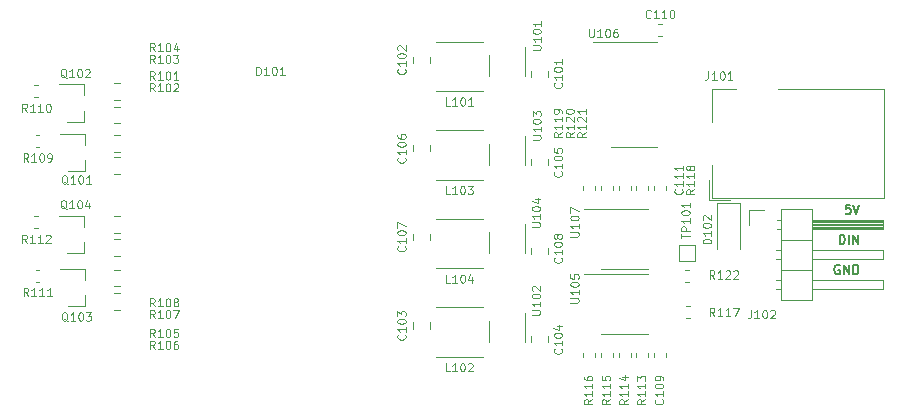
<source format=gbr>
G04 #@! TF.GenerationSoftware,KiCad,Pcbnew,5.1.7-a382d34a8~87~ubuntu18.04.1*
G04 #@! TF.CreationDate,2021-01-18T17:29:04-05:00*
G04 #@! TF.ProjectId,Cree_XML_Driver,43726565-5f58-44d4-9c5f-447269766572,r0*
G04 #@! TF.SameCoordinates,Original*
G04 #@! TF.FileFunction,Legend,Top*
G04 #@! TF.FilePolarity,Positive*
%FSLAX46Y46*%
G04 Gerber Fmt 4.6, Leading zero omitted, Abs format (unit mm)*
G04 Created by KiCad (PCBNEW 5.1.7-a382d34a8~87~ubuntu18.04.1) date 2021-01-18 17:29:04*
%MOMM*%
%LPD*%
G01*
G04 APERTURE LIST*
%ADD10C,0.152400*%
%ADD11C,0.120000*%
%ADD12C,0.105000*%
G04 APERTURE END LIST*
D10*
X164512088Y-107521754D02*
X164149231Y-107521754D01*
X164112945Y-107884611D01*
X164149231Y-107848325D01*
X164221803Y-107812040D01*
X164403231Y-107812040D01*
X164475803Y-107848325D01*
X164512088Y-107884611D01*
X164548374Y-107957182D01*
X164548374Y-108138611D01*
X164512088Y-108211182D01*
X164475803Y-108247468D01*
X164403231Y-108283754D01*
X164221803Y-108283754D01*
X164149231Y-108247468D01*
X164112945Y-108211182D01*
X164766088Y-107521754D02*
X165020088Y-108283754D01*
X165274088Y-107521754D01*
X163604945Y-112638040D02*
X163532374Y-112601754D01*
X163423516Y-112601754D01*
X163314659Y-112638040D01*
X163242088Y-112710611D01*
X163205802Y-112783182D01*
X163169516Y-112928325D01*
X163169516Y-113037182D01*
X163205802Y-113182325D01*
X163242088Y-113254897D01*
X163314659Y-113327468D01*
X163423516Y-113363754D01*
X163496088Y-113363754D01*
X163604945Y-113327468D01*
X163641231Y-113291182D01*
X163641231Y-113037182D01*
X163496088Y-113037182D01*
X163967802Y-113363754D02*
X163967802Y-112601754D01*
X164403231Y-113363754D01*
X164403231Y-112601754D01*
X164766088Y-113363754D02*
X164766088Y-112601754D01*
X164947516Y-112601754D01*
X165056374Y-112638040D01*
X165128945Y-112710611D01*
X165165231Y-112783182D01*
X165201516Y-112928325D01*
X165201516Y-113037182D01*
X165165231Y-113182325D01*
X165128945Y-113254897D01*
X165056374Y-113327468D01*
X164947516Y-113363754D01*
X164766088Y-113363754D01*
X163604945Y-110823754D02*
X163604945Y-110061754D01*
X163786374Y-110061754D01*
X163895231Y-110098040D01*
X163967802Y-110170611D01*
X164004088Y-110243182D01*
X164040374Y-110388325D01*
X164040374Y-110497182D01*
X164004088Y-110642325D01*
X163967802Y-110714897D01*
X163895231Y-110787468D01*
X163786374Y-110823754D01*
X163604945Y-110823754D01*
X164366945Y-110823754D02*
X164366945Y-110061754D01*
X164729802Y-110823754D02*
X164729802Y-110061754D01*
X165165231Y-110823754D01*
X165165231Y-110061754D01*
D11*
G04 #@! TO.C,J102*
X158640000Y-107870000D02*
X158640000Y-115610000D01*
X158640000Y-115610000D02*
X161300000Y-115610000D01*
X161300000Y-115610000D02*
X161300000Y-107870000D01*
X161300000Y-107870000D02*
X158640000Y-107870000D01*
X161300000Y-108820000D02*
X167300000Y-108820000D01*
X167300000Y-108820000D02*
X167300000Y-109580000D01*
X167300000Y-109580000D02*
X161300000Y-109580000D01*
X161300000Y-108880000D02*
X167300000Y-108880000D01*
X161300000Y-109000000D02*
X167300000Y-109000000D01*
X161300000Y-109120000D02*
X167300000Y-109120000D01*
X161300000Y-109240000D02*
X167300000Y-109240000D01*
X161300000Y-109360000D02*
X167300000Y-109360000D01*
X161300000Y-109480000D02*
X167300000Y-109480000D01*
X158310000Y-108820000D02*
X158640000Y-108820000D01*
X158310000Y-109580000D02*
X158640000Y-109580000D01*
X158640000Y-110470000D02*
X161300000Y-110470000D01*
X161300000Y-111360000D02*
X167300000Y-111360000D01*
X167300000Y-111360000D02*
X167300000Y-112120000D01*
X167300000Y-112120000D02*
X161300000Y-112120000D01*
X158242929Y-111360000D02*
X158640000Y-111360000D01*
X158242929Y-112120000D02*
X158640000Y-112120000D01*
X158640000Y-113010000D02*
X161300000Y-113010000D01*
X161300000Y-113900000D02*
X167300000Y-113900000D01*
X167300000Y-113900000D02*
X167300000Y-114660000D01*
X167300000Y-114660000D02*
X161300000Y-114660000D01*
X158242929Y-113900000D02*
X158640000Y-113900000D01*
X158242929Y-114660000D02*
X158640000Y-114660000D01*
X155930000Y-109200000D02*
X155930000Y-107930000D01*
X155930000Y-107930000D02*
X157200000Y-107930000D01*
G04 #@! TO.C,U107*
X145400000Y-112960000D02*
X147350000Y-112960000D01*
X145400000Y-112960000D02*
X143450000Y-112960000D01*
X145400000Y-107840000D02*
X147350000Y-107840000D01*
X145400000Y-107840000D02*
X141950000Y-107840000D01*
G04 #@! TO.C,U106*
X146200000Y-102635000D02*
X148150000Y-102635000D01*
X146200000Y-102635000D02*
X144250000Y-102635000D01*
X146200000Y-93765000D02*
X148150000Y-93765000D01*
X146200000Y-93765000D02*
X142750000Y-93765000D01*
G04 #@! TO.C,U105*
X145400000Y-118460000D02*
X147350000Y-118460000D01*
X145400000Y-118460000D02*
X143450000Y-118460000D01*
X145400000Y-113340000D02*
X147350000Y-113340000D01*
X145400000Y-113340000D02*
X141950000Y-113340000D01*
G04 #@! TO.C,L102*
X133400000Y-120400000D02*
X129400000Y-120400000D01*
X133400000Y-116200000D02*
X129400000Y-116200000D01*
G04 #@! TO.C,R116*
X141890000Y-120037221D02*
X141890000Y-120362779D01*
X142910000Y-120037221D02*
X142910000Y-120362779D01*
G04 #@! TO.C,R108*
X102658578Y-108490000D02*
X102141422Y-108490000D01*
X102658578Y-109910000D02*
X102141422Y-109910000D01*
G04 #@! TO.C,R107*
X102658578Y-111810000D02*
X102141422Y-111810000D01*
X102658578Y-110390000D02*
X102141422Y-110390000D01*
G04 #@! TO.C,R112*
X95750279Y-109510000D02*
X95424721Y-109510000D01*
X95750279Y-108490000D02*
X95424721Y-108490000D01*
G04 #@! TO.C,Q104*
X99660000Y-111580000D02*
X98200000Y-111580000D01*
X99660000Y-108420000D02*
X97500000Y-108420000D01*
X99660000Y-108420000D02*
X99660000Y-109350000D01*
X99660000Y-111580000D02*
X99660000Y-110650000D01*
G04 #@! TO.C,R113*
X147410000Y-120362779D02*
X147410000Y-120037221D01*
X146390000Y-120362779D02*
X146390000Y-120037221D01*
G04 #@! TO.C,R117*
X150637221Y-116090000D02*
X150962779Y-116090000D01*
X150637221Y-117110000D02*
X150962779Y-117110000D01*
G04 #@! TO.C,C110*
X148562779Y-92190000D02*
X148237221Y-92190000D01*
X148562779Y-93210000D02*
X148237221Y-93210000D01*
G04 #@! TO.C,R109*
X95862779Y-102610000D02*
X95537221Y-102610000D01*
X95862779Y-101590000D02*
X95537221Y-101590000D01*
G04 #@! TO.C,R104*
X102658578Y-97190000D02*
X102141422Y-97190000D01*
X102658578Y-98610000D02*
X102141422Y-98610000D01*
G04 #@! TO.C,U101*
X137010000Y-96600000D02*
X137010000Y-94170000D01*
X133940000Y-94840000D02*
X133940000Y-96600000D01*
G04 #@! TO.C,C103*
X127490000Y-117988578D02*
X127490000Y-117471422D01*
X128910000Y-117988578D02*
X128910000Y-117471422D01*
G04 #@! TO.C,R106*
X102721078Y-116410000D02*
X102203922Y-116410000D01*
X102721078Y-114990000D02*
X102203922Y-114990000D01*
G04 #@! TO.C,Q103*
X99760000Y-116080000D02*
X99760000Y-115150000D01*
X99760000Y-112920000D02*
X99760000Y-113850000D01*
X99760000Y-112920000D02*
X97600000Y-112920000D01*
X99760000Y-116080000D02*
X98300000Y-116080000D01*
G04 #@! TO.C,R105*
X102721078Y-114410000D02*
X102203922Y-114410000D01*
X102721078Y-112990000D02*
X102203922Y-112990000D01*
G04 #@! TO.C,U102*
X136994000Y-119100000D02*
X136994000Y-116670000D01*
X133924000Y-117340000D02*
X133924000Y-119100000D01*
G04 #@! TO.C,R111*
X95862779Y-114010000D02*
X95537221Y-114010000D01*
X95862779Y-112990000D02*
X95537221Y-112990000D01*
G04 #@! TO.C,R101*
X102658578Y-103010000D02*
X102141422Y-103010000D01*
X102658578Y-101590000D02*
X102141422Y-101590000D01*
G04 #@! TO.C,C101*
X137490000Y-96658578D02*
X137490000Y-96141422D01*
X138910000Y-96658578D02*
X138910000Y-96141422D01*
G04 #@! TO.C,C102*
X127490000Y-95488578D02*
X127490000Y-94971422D01*
X128910000Y-95488578D02*
X128910000Y-94971422D01*
G04 #@! TO.C,C105*
X138894000Y-104158578D02*
X138894000Y-103641422D01*
X137474000Y-104158578D02*
X137474000Y-103641422D01*
G04 #@! TO.C,C106*
X128910000Y-102988578D02*
X128910000Y-102471422D01*
X127490000Y-102988578D02*
X127490000Y-102471422D01*
G04 #@! TO.C,C107*
X128910000Y-110488578D02*
X128910000Y-109971422D01*
X127490000Y-110488578D02*
X127490000Y-109971422D01*
G04 #@! TO.C,C108*
X137490000Y-111658578D02*
X137490000Y-111141422D01*
X138910000Y-111658578D02*
X138910000Y-111141422D01*
G04 #@! TO.C,C109*
X148910000Y-120037221D02*
X148910000Y-120362779D01*
X147890000Y-120037221D02*
X147890000Y-120362779D01*
G04 #@! TO.C,C111*
X148910000Y-106262779D02*
X148910000Y-105937221D01*
X147890000Y-106262779D02*
X147890000Y-105937221D01*
G04 #@! TO.C,D102*
X155200000Y-107400000D02*
X155200000Y-111250000D01*
X153200000Y-107400000D02*
X153200000Y-111250000D01*
X155200000Y-107400000D02*
X153200000Y-107400000D01*
G04 #@! TO.C,J101*
X158400000Y-97700000D02*
X167400000Y-97700000D01*
X167400000Y-97700000D02*
X167400000Y-106900000D01*
X167400000Y-106900000D02*
X152800000Y-106900000D01*
X152800000Y-106900000D02*
X152800000Y-104100000D01*
X152800000Y-100500000D02*
X152800000Y-97700000D01*
X152800000Y-97700000D02*
X154800000Y-97700000D01*
X154300000Y-107140000D02*
X152560000Y-107140000D01*
X152560000Y-107140000D02*
X152560000Y-105400000D01*
G04 #@! TO.C,Q101*
X99760000Y-104680000D02*
X98300000Y-104680000D01*
X99760000Y-101520000D02*
X97600000Y-101520000D01*
X99760000Y-101520000D02*
X99760000Y-102450000D01*
X99760000Y-104680000D02*
X99760000Y-103750000D01*
G04 #@! TO.C,Q102*
X99660000Y-100480000D02*
X99660000Y-99550000D01*
X99660000Y-97320000D02*
X99660000Y-98250000D01*
X99660000Y-97320000D02*
X97500000Y-97320000D01*
X99660000Y-100480000D02*
X98200000Y-100480000D01*
G04 #@! TO.C,R102*
X102658578Y-103490000D02*
X102141422Y-103490000D01*
X102658578Y-104910000D02*
X102141422Y-104910000D01*
G04 #@! TO.C,R103*
X102658578Y-99190000D02*
X102141422Y-99190000D01*
X102658578Y-100610000D02*
X102141422Y-100610000D01*
G04 #@! TO.C,R110*
X95762779Y-97390000D02*
X95437221Y-97390000D01*
X95762779Y-98410000D02*
X95437221Y-98410000D01*
G04 #@! TO.C,R114*
X144890000Y-120037221D02*
X144890000Y-120362779D01*
X145910000Y-120037221D02*
X145910000Y-120362779D01*
G04 #@! TO.C,R115*
X144410000Y-120037221D02*
X144410000Y-120362779D01*
X143390000Y-120037221D02*
X143390000Y-120362779D01*
G04 #@! TO.C,R118*
X147410000Y-105937221D02*
X147410000Y-106262779D01*
X146390000Y-105937221D02*
X146390000Y-106262779D01*
G04 #@! TO.C,R119*
X142910000Y-106262779D02*
X142910000Y-105937221D01*
X141890000Y-106262779D02*
X141890000Y-105937221D01*
G04 #@! TO.C,R120*
X143390000Y-106262779D02*
X143390000Y-105937221D01*
X144410000Y-106262779D02*
X144410000Y-105937221D01*
G04 #@! TO.C,R121*
X145910000Y-106262779D02*
X145910000Y-105937221D01*
X144890000Y-106262779D02*
X144890000Y-105937221D01*
G04 #@! TO.C,R122*
X150862779Y-112990000D02*
X150537221Y-112990000D01*
X150862779Y-114010000D02*
X150537221Y-114010000D01*
G04 #@! TO.C,U103*
X133924000Y-102340000D02*
X133924000Y-104100000D01*
X136994000Y-104100000D02*
X136994000Y-101670000D01*
G04 #@! TO.C,U104*
X133940000Y-109820000D02*
X133940000Y-111580000D01*
X137010000Y-111580000D02*
X137010000Y-109150000D01*
G04 #@! TO.C,L101*
X133416000Y-97900000D02*
X129416000Y-97900000D01*
X133416000Y-93700000D02*
X129416000Y-93700000D01*
G04 #@! TO.C,L103*
X133400000Y-101200000D02*
X129400000Y-101200000D01*
X133400000Y-105400000D02*
X129400000Y-105400000D01*
G04 #@! TO.C,L104*
X133416000Y-108700000D02*
X129416000Y-108700000D01*
X133416000Y-112900000D02*
X129416000Y-112900000D01*
G04 #@! TO.C,C104*
X138919000Y-119161252D02*
X138919000Y-118638748D01*
X137449000Y-119161252D02*
X137449000Y-118638748D01*
G04 #@! TO.C,TP101*
X150000000Y-112300000D02*
X150000000Y-110900000D01*
X150000000Y-110900000D02*
X151400000Y-110900000D01*
X151400000Y-110900000D02*
X151400000Y-112300000D01*
X151400000Y-112300000D02*
X150000000Y-112300000D01*
G04 #@! TO.C,J102*
D12*
X156100000Y-116416666D02*
X156100000Y-116916666D01*
X156066666Y-117016666D01*
X156000000Y-117083333D01*
X155900000Y-117116666D01*
X155833333Y-117116666D01*
X156800000Y-117116666D02*
X156400000Y-117116666D01*
X156600000Y-117116666D02*
X156600000Y-116416666D01*
X156533333Y-116516666D01*
X156466666Y-116583333D01*
X156400000Y-116616666D01*
X157233333Y-116416666D02*
X157300000Y-116416666D01*
X157366666Y-116450000D01*
X157400000Y-116483333D01*
X157433333Y-116550000D01*
X157466666Y-116683333D01*
X157466666Y-116850000D01*
X157433333Y-116983333D01*
X157400000Y-117050000D01*
X157366666Y-117083333D01*
X157300000Y-117116666D01*
X157233333Y-117116666D01*
X157166666Y-117083333D01*
X157133333Y-117050000D01*
X157100000Y-116983333D01*
X157066666Y-116850000D01*
X157066666Y-116683333D01*
X157100000Y-116550000D01*
X157133333Y-116483333D01*
X157166666Y-116450000D01*
X157233333Y-116416666D01*
X157733333Y-116483333D02*
X157766666Y-116450000D01*
X157833333Y-116416666D01*
X158000000Y-116416666D01*
X158066666Y-116450000D01*
X158100000Y-116483333D01*
X158133333Y-116550000D01*
X158133333Y-116616666D01*
X158100000Y-116716666D01*
X157700000Y-117116666D01*
X158133333Y-117116666D01*
G04 #@! TO.C,U107*
X140816666Y-110200000D02*
X141383333Y-110200000D01*
X141450000Y-110166666D01*
X141483333Y-110133333D01*
X141516666Y-110066666D01*
X141516666Y-109933333D01*
X141483333Y-109866666D01*
X141450000Y-109833333D01*
X141383333Y-109800000D01*
X140816666Y-109800000D01*
X141516666Y-109100000D02*
X141516666Y-109500000D01*
X141516666Y-109300000D02*
X140816666Y-109300000D01*
X140916666Y-109366666D01*
X140983333Y-109433333D01*
X141016666Y-109500000D01*
X140816666Y-108666666D02*
X140816666Y-108600000D01*
X140850000Y-108533333D01*
X140883333Y-108500000D01*
X140950000Y-108466666D01*
X141083333Y-108433333D01*
X141250000Y-108433333D01*
X141383333Y-108466666D01*
X141450000Y-108500000D01*
X141483333Y-108533333D01*
X141516666Y-108600000D01*
X141516666Y-108666666D01*
X141483333Y-108733333D01*
X141450000Y-108766666D01*
X141383333Y-108800000D01*
X141250000Y-108833333D01*
X141083333Y-108833333D01*
X140950000Y-108800000D01*
X140883333Y-108766666D01*
X140850000Y-108733333D01*
X140816666Y-108666666D01*
X140816666Y-108200000D02*
X140816666Y-107733333D01*
X141516666Y-108033333D01*
G04 #@! TO.C,U106*
X142400000Y-92616666D02*
X142400000Y-93183333D01*
X142433333Y-93250000D01*
X142466666Y-93283333D01*
X142533333Y-93316666D01*
X142666666Y-93316666D01*
X142733333Y-93283333D01*
X142766666Y-93250000D01*
X142800000Y-93183333D01*
X142800000Y-92616666D01*
X143500000Y-93316666D02*
X143100000Y-93316666D01*
X143300000Y-93316666D02*
X143300000Y-92616666D01*
X143233333Y-92716666D01*
X143166666Y-92783333D01*
X143100000Y-92816666D01*
X143933333Y-92616666D02*
X144000000Y-92616666D01*
X144066666Y-92650000D01*
X144100000Y-92683333D01*
X144133333Y-92750000D01*
X144166666Y-92883333D01*
X144166666Y-93050000D01*
X144133333Y-93183333D01*
X144100000Y-93250000D01*
X144066666Y-93283333D01*
X144000000Y-93316666D01*
X143933333Y-93316666D01*
X143866666Y-93283333D01*
X143833333Y-93250000D01*
X143800000Y-93183333D01*
X143766666Y-93050000D01*
X143766666Y-92883333D01*
X143800000Y-92750000D01*
X143833333Y-92683333D01*
X143866666Y-92650000D01*
X143933333Y-92616666D01*
X144766666Y-92616666D02*
X144633333Y-92616666D01*
X144566666Y-92650000D01*
X144533333Y-92683333D01*
X144466666Y-92783333D01*
X144433333Y-92916666D01*
X144433333Y-93183333D01*
X144466666Y-93250000D01*
X144500000Y-93283333D01*
X144566666Y-93316666D01*
X144700000Y-93316666D01*
X144766666Y-93283333D01*
X144800000Y-93250000D01*
X144833333Y-93183333D01*
X144833333Y-93016666D01*
X144800000Y-92950000D01*
X144766666Y-92916666D01*
X144700000Y-92883333D01*
X144566666Y-92883333D01*
X144500000Y-92916666D01*
X144466666Y-92950000D01*
X144433333Y-93016666D01*
G04 #@! TO.C,U105*
X140816666Y-115800000D02*
X141383333Y-115800000D01*
X141450000Y-115766666D01*
X141483333Y-115733333D01*
X141516666Y-115666666D01*
X141516666Y-115533333D01*
X141483333Y-115466666D01*
X141450000Y-115433333D01*
X141383333Y-115400000D01*
X140816666Y-115400000D01*
X141516666Y-114700000D02*
X141516666Y-115100000D01*
X141516666Y-114900000D02*
X140816666Y-114900000D01*
X140916666Y-114966666D01*
X140983333Y-115033333D01*
X141016666Y-115100000D01*
X140816666Y-114266666D02*
X140816666Y-114200000D01*
X140850000Y-114133333D01*
X140883333Y-114100000D01*
X140950000Y-114066666D01*
X141083333Y-114033333D01*
X141250000Y-114033333D01*
X141383333Y-114066666D01*
X141450000Y-114100000D01*
X141483333Y-114133333D01*
X141516666Y-114200000D01*
X141516666Y-114266666D01*
X141483333Y-114333333D01*
X141450000Y-114366666D01*
X141383333Y-114400000D01*
X141250000Y-114433333D01*
X141083333Y-114433333D01*
X140950000Y-114400000D01*
X140883333Y-114366666D01*
X140850000Y-114333333D01*
X140816666Y-114266666D01*
X140816666Y-113400000D02*
X140816666Y-113733333D01*
X141150000Y-113766666D01*
X141116666Y-113733333D01*
X141083333Y-113666666D01*
X141083333Y-113500000D01*
X141116666Y-113433333D01*
X141150000Y-113400000D01*
X141216666Y-113366666D01*
X141383333Y-113366666D01*
X141450000Y-113400000D01*
X141483333Y-113433333D01*
X141516666Y-113500000D01*
X141516666Y-113666666D01*
X141483333Y-113733333D01*
X141450000Y-113766666D01*
G04 #@! TO.C,L102*
X130616666Y-121616666D02*
X130283333Y-121616666D01*
X130283333Y-120916666D01*
X131216666Y-121616666D02*
X130816666Y-121616666D01*
X131016666Y-121616666D02*
X131016666Y-120916666D01*
X130950000Y-121016666D01*
X130883333Y-121083333D01*
X130816666Y-121116666D01*
X131650000Y-120916666D02*
X131716666Y-120916666D01*
X131783333Y-120950000D01*
X131816666Y-120983333D01*
X131850000Y-121050000D01*
X131883333Y-121183333D01*
X131883333Y-121350000D01*
X131850000Y-121483333D01*
X131816666Y-121550000D01*
X131783333Y-121583333D01*
X131716666Y-121616666D01*
X131650000Y-121616666D01*
X131583333Y-121583333D01*
X131550000Y-121550000D01*
X131516666Y-121483333D01*
X131483333Y-121350000D01*
X131483333Y-121183333D01*
X131516666Y-121050000D01*
X131550000Y-120983333D01*
X131583333Y-120950000D01*
X131650000Y-120916666D01*
X132150000Y-120983333D02*
X132183333Y-120950000D01*
X132250000Y-120916666D01*
X132416666Y-120916666D01*
X132483333Y-120950000D01*
X132516666Y-120983333D01*
X132550000Y-121050000D01*
X132550000Y-121116666D01*
X132516666Y-121216666D01*
X132116666Y-121616666D01*
X132550000Y-121616666D01*
G04 #@! TO.C,D101*
X114216666Y-96516666D02*
X114216666Y-95816666D01*
X114383333Y-95816666D01*
X114483333Y-95850000D01*
X114550000Y-95916666D01*
X114583333Y-95983333D01*
X114616666Y-96116666D01*
X114616666Y-96216666D01*
X114583333Y-96350000D01*
X114550000Y-96416666D01*
X114483333Y-96483333D01*
X114383333Y-96516666D01*
X114216666Y-96516666D01*
X115283333Y-96516666D02*
X114883333Y-96516666D01*
X115083333Y-96516666D02*
X115083333Y-95816666D01*
X115016666Y-95916666D01*
X114950000Y-95983333D01*
X114883333Y-96016666D01*
X115716666Y-95816666D02*
X115783333Y-95816666D01*
X115850000Y-95850000D01*
X115883333Y-95883333D01*
X115916666Y-95950000D01*
X115950000Y-96083333D01*
X115950000Y-96250000D01*
X115916666Y-96383333D01*
X115883333Y-96450000D01*
X115850000Y-96483333D01*
X115783333Y-96516666D01*
X115716666Y-96516666D01*
X115650000Y-96483333D01*
X115616666Y-96450000D01*
X115583333Y-96383333D01*
X115550000Y-96250000D01*
X115550000Y-96083333D01*
X115583333Y-95950000D01*
X115616666Y-95883333D01*
X115650000Y-95850000D01*
X115716666Y-95816666D01*
X116616666Y-96516666D02*
X116216666Y-96516666D01*
X116416666Y-96516666D02*
X116416666Y-95816666D01*
X116350000Y-95916666D01*
X116283333Y-95983333D01*
X116216666Y-96016666D01*
G04 #@! TO.C,R116*
X142669416Y-123983333D02*
X142336083Y-124216666D01*
X142669416Y-124383333D02*
X141969416Y-124383333D01*
X141969416Y-124116666D01*
X142002750Y-124050000D01*
X142036083Y-124016666D01*
X142102750Y-123983333D01*
X142202750Y-123983333D01*
X142269416Y-124016666D01*
X142302750Y-124050000D01*
X142336083Y-124116666D01*
X142336083Y-124383333D01*
X142669416Y-123316666D02*
X142669416Y-123716666D01*
X142669416Y-123516666D02*
X141969416Y-123516666D01*
X142069416Y-123583333D01*
X142136083Y-123650000D01*
X142169416Y-123716666D01*
X142669416Y-122650000D02*
X142669416Y-123050000D01*
X142669416Y-122850000D02*
X141969416Y-122850000D01*
X142069416Y-122916666D01*
X142136083Y-122983333D01*
X142169416Y-123050000D01*
X141969416Y-122050000D02*
X141969416Y-122183333D01*
X142002750Y-122250000D01*
X142036083Y-122283333D01*
X142136083Y-122350000D01*
X142269416Y-122383333D01*
X142536083Y-122383333D01*
X142602750Y-122350000D01*
X142636083Y-122316666D01*
X142669416Y-122250000D01*
X142669416Y-122116666D01*
X142636083Y-122050000D01*
X142602750Y-122016666D01*
X142536083Y-121983333D01*
X142369416Y-121983333D01*
X142302750Y-122016666D01*
X142269416Y-122050000D01*
X142236083Y-122116666D01*
X142236083Y-122250000D01*
X142269416Y-122316666D01*
X142302750Y-122350000D01*
X142369416Y-122383333D01*
G04 #@! TO.C,R108*
X105616666Y-116116666D02*
X105383333Y-115783333D01*
X105216666Y-116116666D02*
X105216666Y-115416666D01*
X105483333Y-115416666D01*
X105550000Y-115450000D01*
X105583333Y-115483333D01*
X105616666Y-115550000D01*
X105616666Y-115650000D01*
X105583333Y-115716666D01*
X105550000Y-115750000D01*
X105483333Y-115783333D01*
X105216666Y-115783333D01*
X106283333Y-116116666D02*
X105883333Y-116116666D01*
X106083333Y-116116666D02*
X106083333Y-115416666D01*
X106016666Y-115516666D01*
X105950000Y-115583333D01*
X105883333Y-115616666D01*
X106716666Y-115416666D02*
X106783333Y-115416666D01*
X106850000Y-115450000D01*
X106883333Y-115483333D01*
X106916666Y-115550000D01*
X106950000Y-115683333D01*
X106950000Y-115850000D01*
X106916666Y-115983333D01*
X106883333Y-116050000D01*
X106850000Y-116083333D01*
X106783333Y-116116666D01*
X106716666Y-116116666D01*
X106650000Y-116083333D01*
X106616666Y-116050000D01*
X106583333Y-115983333D01*
X106550000Y-115850000D01*
X106550000Y-115683333D01*
X106583333Y-115550000D01*
X106616666Y-115483333D01*
X106650000Y-115450000D01*
X106716666Y-115416666D01*
X107350000Y-115716666D02*
X107283333Y-115683333D01*
X107250000Y-115650000D01*
X107216666Y-115583333D01*
X107216666Y-115550000D01*
X107250000Y-115483333D01*
X107283333Y-115450000D01*
X107350000Y-115416666D01*
X107483333Y-115416666D01*
X107550000Y-115450000D01*
X107583333Y-115483333D01*
X107616666Y-115550000D01*
X107616666Y-115583333D01*
X107583333Y-115650000D01*
X107550000Y-115683333D01*
X107483333Y-115716666D01*
X107350000Y-115716666D01*
X107283333Y-115750000D01*
X107250000Y-115783333D01*
X107216666Y-115850000D01*
X107216666Y-115983333D01*
X107250000Y-116050000D01*
X107283333Y-116083333D01*
X107350000Y-116116666D01*
X107483333Y-116116666D01*
X107550000Y-116083333D01*
X107583333Y-116050000D01*
X107616666Y-115983333D01*
X107616666Y-115850000D01*
X107583333Y-115783333D01*
X107550000Y-115750000D01*
X107483333Y-115716666D01*
G04 #@! TO.C,R107*
X105616666Y-117116666D02*
X105383333Y-116783333D01*
X105216666Y-117116666D02*
X105216666Y-116416666D01*
X105483333Y-116416666D01*
X105550000Y-116450000D01*
X105583333Y-116483333D01*
X105616666Y-116550000D01*
X105616666Y-116650000D01*
X105583333Y-116716666D01*
X105550000Y-116750000D01*
X105483333Y-116783333D01*
X105216666Y-116783333D01*
X106283333Y-117116666D02*
X105883333Y-117116666D01*
X106083333Y-117116666D02*
X106083333Y-116416666D01*
X106016666Y-116516666D01*
X105950000Y-116583333D01*
X105883333Y-116616666D01*
X106716666Y-116416666D02*
X106783333Y-116416666D01*
X106850000Y-116450000D01*
X106883333Y-116483333D01*
X106916666Y-116550000D01*
X106950000Y-116683333D01*
X106950000Y-116850000D01*
X106916666Y-116983333D01*
X106883333Y-117050000D01*
X106850000Y-117083333D01*
X106783333Y-117116666D01*
X106716666Y-117116666D01*
X106650000Y-117083333D01*
X106616666Y-117050000D01*
X106583333Y-116983333D01*
X106550000Y-116850000D01*
X106550000Y-116683333D01*
X106583333Y-116550000D01*
X106616666Y-116483333D01*
X106650000Y-116450000D01*
X106716666Y-116416666D01*
X107183333Y-116416666D02*
X107650000Y-116416666D01*
X107350000Y-117116666D01*
G04 #@! TO.C,R112*
X94804166Y-110746666D02*
X94570833Y-110413333D01*
X94404166Y-110746666D02*
X94404166Y-110046666D01*
X94670833Y-110046666D01*
X94737500Y-110080000D01*
X94770833Y-110113333D01*
X94804166Y-110180000D01*
X94804166Y-110280000D01*
X94770833Y-110346666D01*
X94737500Y-110380000D01*
X94670833Y-110413333D01*
X94404166Y-110413333D01*
X95470833Y-110746666D02*
X95070833Y-110746666D01*
X95270833Y-110746666D02*
X95270833Y-110046666D01*
X95204166Y-110146666D01*
X95137500Y-110213333D01*
X95070833Y-110246666D01*
X96137500Y-110746666D02*
X95737500Y-110746666D01*
X95937500Y-110746666D02*
X95937500Y-110046666D01*
X95870833Y-110146666D01*
X95804166Y-110213333D01*
X95737500Y-110246666D01*
X96404166Y-110113333D02*
X96437500Y-110080000D01*
X96504166Y-110046666D01*
X96670833Y-110046666D01*
X96737500Y-110080000D01*
X96770833Y-110113333D01*
X96804166Y-110180000D01*
X96804166Y-110246666D01*
X96770833Y-110346666D01*
X96370833Y-110746666D01*
X96804166Y-110746666D01*
G04 #@! TO.C,Q104*
X98166666Y-107883333D02*
X98100000Y-107850000D01*
X98033333Y-107783333D01*
X97933333Y-107683333D01*
X97866666Y-107650000D01*
X97800000Y-107650000D01*
X97833333Y-107816666D02*
X97766666Y-107783333D01*
X97700000Y-107716666D01*
X97666666Y-107583333D01*
X97666666Y-107350000D01*
X97700000Y-107216666D01*
X97766666Y-107150000D01*
X97833333Y-107116666D01*
X97966666Y-107116666D01*
X98033333Y-107150000D01*
X98100000Y-107216666D01*
X98133333Y-107350000D01*
X98133333Y-107583333D01*
X98100000Y-107716666D01*
X98033333Y-107783333D01*
X97966666Y-107816666D01*
X97833333Y-107816666D01*
X98800000Y-107816666D02*
X98400000Y-107816666D01*
X98600000Y-107816666D02*
X98600000Y-107116666D01*
X98533333Y-107216666D01*
X98466666Y-107283333D01*
X98400000Y-107316666D01*
X99233333Y-107116666D02*
X99300000Y-107116666D01*
X99366666Y-107150000D01*
X99400000Y-107183333D01*
X99433333Y-107250000D01*
X99466666Y-107383333D01*
X99466666Y-107550000D01*
X99433333Y-107683333D01*
X99400000Y-107750000D01*
X99366666Y-107783333D01*
X99300000Y-107816666D01*
X99233333Y-107816666D01*
X99166666Y-107783333D01*
X99133333Y-107750000D01*
X99100000Y-107683333D01*
X99066666Y-107550000D01*
X99066666Y-107383333D01*
X99100000Y-107250000D01*
X99133333Y-107183333D01*
X99166666Y-107150000D01*
X99233333Y-107116666D01*
X100066666Y-107350000D02*
X100066666Y-107816666D01*
X99900000Y-107083333D02*
X99733333Y-107583333D01*
X100166666Y-107583333D01*
G04 #@! TO.C,R113*
X147169416Y-123983333D02*
X146836083Y-124216666D01*
X147169416Y-124383333D02*
X146469416Y-124383333D01*
X146469416Y-124116666D01*
X146502750Y-124050000D01*
X146536083Y-124016666D01*
X146602750Y-123983333D01*
X146702750Y-123983333D01*
X146769416Y-124016666D01*
X146802750Y-124050000D01*
X146836083Y-124116666D01*
X146836083Y-124383333D01*
X147169416Y-123316666D02*
X147169416Y-123716666D01*
X147169416Y-123516666D02*
X146469416Y-123516666D01*
X146569416Y-123583333D01*
X146636083Y-123650000D01*
X146669416Y-123716666D01*
X147169416Y-122650000D02*
X147169416Y-123050000D01*
X147169416Y-122850000D02*
X146469416Y-122850000D01*
X146569416Y-122916666D01*
X146636083Y-122983333D01*
X146669416Y-123050000D01*
X146469416Y-122416666D02*
X146469416Y-121983333D01*
X146736083Y-122216666D01*
X146736083Y-122116666D01*
X146769416Y-122050000D01*
X146802750Y-122016666D01*
X146869416Y-121983333D01*
X147036083Y-121983333D01*
X147102750Y-122016666D01*
X147136083Y-122050000D01*
X147169416Y-122116666D01*
X147169416Y-122316666D01*
X147136083Y-122383333D01*
X147102750Y-122416666D01*
G04 #@! TO.C,R117*
X153016666Y-116916666D02*
X152783333Y-116583333D01*
X152616666Y-116916666D02*
X152616666Y-116216666D01*
X152883333Y-116216666D01*
X152950000Y-116250000D01*
X152983333Y-116283333D01*
X153016666Y-116350000D01*
X153016666Y-116450000D01*
X152983333Y-116516666D01*
X152950000Y-116550000D01*
X152883333Y-116583333D01*
X152616666Y-116583333D01*
X153683333Y-116916666D02*
X153283333Y-116916666D01*
X153483333Y-116916666D02*
X153483333Y-116216666D01*
X153416666Y-116316666D01*
X153350000Y-116383333D01*
X153283333Y-116416666D01*
X154350000Y-116916666D02*
X153950000Y-116916666D01*
X154150000Y-116916666D02*
X154150000Y-116216666D01*
X154083333Y-116316666D01*
X154016666Y-116383333D01*
X153950000Y-116416666D01*
X154583333Y-116216666D02*
X155050000Y-116216666D01*
X154750000Y-116916666D01*
G04 #@! TO.C,C110*
X147616666Y-91650000D02*
X147583333Y-91683333D01*
X147483333Y-91716666D01*
X147416666Y-91716666D01*
X147316666Y-91683333D01*
X147250000Y-91616666D01*
X147216666Y-91550000D01*
X147183333Y-91416666D01*
X147183333Y-91316666D01*
X147216666Y-91183333D01*
X147250000Y-91116666D01*
X147316666Y-91050000D01*
X147416666Y-91016666D01*
X147483333Y-91016666D01*
X147583333Y-91050000D01*
X147616666Y-91083333D01*
X148283333Y-91716666D02*
X147883333Y-91716666D01*
X148083333Y-91716666D02*
X148083333Y-91016666D01*
X148016666Y-91116666D01*
X147950000Y-91183333D01*
X147883333Y-91216666D01*
X148950000Y-91716666D02*
X148550000Y-91716666D01*
X148750000Y-91716666D02*
X148750000Y-91016666D01*
X148683333Y-91116666D01*
X148616666Y-91183333D01*
X148550000Y-91216666D01*
X149383333Y-91016666D02*
X149450000Y-91016666D01*
X149516666Y-91050000D01*
X149550000Y-91083333D01*
X149583333Y-91150000D01*
X149616666Y-91283333D01*
X149616666Y-91450000D01*
X149583333Y-91583333D01*
X149550000Y-91650000D01*
X149516666Y-91683333D01*
X149450000Y-91716666D01*
X149383333Y-91716666D01*
X149316666Y-91683333D01*
X149283333Y-91650000D01*
X149250000Y-91583333D01*
X149216666Y-91450000D01*
X149216666Y-91283333D01*
X149250000Y-91150000D01*
X149283333Y-91083333D01*
X149316666Y-91050000D01*
X149383333Y-91016666D01*
G04 #@! TO.C,R109*
X94916666Y-103846666D02*
X94683333Y-103513333D01*
X94516666Y-103846666D02*
X94516666Y-103146666D01*
X94783333Y-103146666D01*
X94850000Y-103180000D01*
X94883333Y-103213333D01*
X94916666Y-103280000D01*
X94916666Y-103380000D01*
X94883333Y-103446666D01*
X94850000Y-103480000D01*
X94783333Y-103513333D01*
X94516666Y-103513333D01*
X95583333Y-103846666D02*
X95183333Y-103846666D01*
X95383333Y-103846666D02*
X95383333Y-103146666D01*
X95316666Y-103246666D01*
X95250000Y-103313333D01*
X95183333Y-103346666D01*
X96016666Y-103146666D02*
X96083333Y-103146666D01*
X96150000Y-103180000D01*
X96183333Y-103213333D01*
X96216666Y-103280000D01*
X96250000Y-103413333D01*
X96250000Y-103580000D01*
X96216666Y-103713333D01*
X96183333Y-103780000D01*
X96150000Y-103813333D01*
X96083333Y-103846666D01*
X96016666Y-103846666D01*
X95950000Y-103813333D01*
X95916666Y-103780000D01*
X95883333Y-103713333D01*
X95850000Y-103580000D01*
X95850000Y-103413333D01*
X95883333Y-103280000D01*
X95916666Y-103213333D01*
X95950000Y-103180000D01*
X96016666Y-103146666D01*
X96583333Y-103846666D02*
X96716666Y-103846666D01*
X96783333Y-103813333D01*
X96816666Y-103780000D01*
X96883333Y-103680000D01*
X96916666Y-103546666D01*
X96916666Y-103280000D01*
X96883333Y-103213333D01*
X96850000Y-103180000D01*
X96783333Y-103146666D01*
X96650000Y-103146666D01*
X96583333Y-103180000D01*
X96550000Y-103213333D01*
X96516666Y-103280000D01*
X96516666Y-103446666D01*
X96550000Y-103513333D01*
X96583333Y-103546666D01*
X96650000Y-103580000D01*
X96783333Y-103580000D01*
X96850000Y-103546666D01*
X96883333Y-103513333D01*
X96916666Y-103446666D01*
G04 #@! TO.C,R104*
X105616666Y-94516666D02*
X105383333Y-94183333D01*
X105216666Y-94516666D02*
X105216666Y-93816666D01*
X105483333Y-93816666D01*
X105550000Y-93850000D01*
X105583333Y-93883333D01*
X105616666Y-93950000D01*
X105616666Y-94050000D01*
X105583333Y-94116666D01*
X105550000Y-94150000D01*
X105483333Y-94183333D01*
X105216666Y-94183333D01*
X106283333Y-94516666D02*
X105883333Y-94516666D01*
X106083333Y-94516666D02*
X106083333Y-93816666D01*
X106016666Y-93916666D01*
X105950000Y-93983333D01*
X105883333Y-94016666D01*
X106716666Y-93816666D02*
X106783333Y-93816666D01*
X106850000Y-93850000D01*
X106883333Y-93883333D01*
X106916666Y-93950000D01*
X106950000Y-94083333D01*
X106950000Y-94250000D01*
X106916666Y-94383333D01*
X106883333Y-94450000D01*
X106850000Y-94483333D01*
X106783333Y-94516666D01*
X106716666Y-94516666D01*
X106650000Y-94483333D01*
X106616666Y-94450000D01*
X106583333Y-94383333D01*
X106550000Y-94250000D01*
X106550000Y-94083333D01*
X106583333Y-93950000D01*
X106616666Y-93883333D01*
X106650000Y-93850000D01*
X106716666Y-93816666D01*
X107550000Y-94050000D02*
X107550000Y-94516666D01*
X107383333Y-93783333D02*
X107216666Y-94283333D01*
X107650000Y-94283333D01*
G04 #@! TO.C,U101*
X137616666Y-94400000D02*
X138183333Y-94400000D01*
X138250000Y-94366666D01*
X138283333Y-94333333D01*
X138316666Y-94266666D01*
X138316666Y-94133333D01*
X138283333Y-94066666D01*
X138250000Y-94033333D01*
X138183333Y-94000000D01*
X137616666Y-94000000D01*
X138316666Y-93300000D02*
X138316666Y-93700000D01*
X138316666Y-93500000D02*
X137616666Y-93500000D01*
X137716666Y-93566666D01*
X137783333Y-93633333D01*
X137816666Y-93700000D01*
X137616666Y-92866666D02*
X137616666Y-92800000D01*
X137650000Y-92733333D01*
X137683333Y-92700000D01*
X137750000Y-92666666D01*
X137883333Y-92633333D01*
X138050000Y-92633333D01*
X138183333Y-92666666D01*
X138250000Y-92700000D01*
X138283333Y-92733333D01*
X138316666Y-92800000D01*
X138316666Y-92866666D01*
X138283333Y-92933333D01*
X138250000Y-92966666D01*
X138183333Y-93000000D01*
X138050000Y-93033333D01*
X137883333Y-93033333D01*
X137750000Y-93000000D01*
X137683333Y-92966666D01*
X137650000Y-92933333D01*
X137616666Y-92866666D01*
X138316666Y-91966666D02*
X138316666Y-92366666D01*
X138316666Y-92166666D02*
X137616666Y-92166666D01*
X137716666Y-92233333D01*
X137783333Y-92300000D01*
X137816666Y-92366666D01*
G04 #@! TO.C,C103*
X126800000Y-118513333D02*
X126833333Y-118546666D01*
X126866666Y-118646666D01*
X126866666Y-118713333D01*
X126833333Y-118813333D01*
X126766666Y-118880000D01*
X126700000Y-118913333D01*
X126566666Y-118946666D01*
X126466666Y-118946666D01*
X126333333Y-118913333D01*
X126266666Y-118880000D01*
X126200000Y-118813333D01*
X126166666Y-118713333D01*
X126166666Y-118646666D01*
X126200000Y-118546666D01*
X126233333Y-118513333D01*
X126866666Y-117846666D02*
X126866666Y-118246666D01*
X126866666Y-118046666D02*
X126166666Y-118046666D01*
X126266666Y-118113333D01*
X126333333Y-118180000D01*
X126366666Y-118246666D01*
X126166666Y-117413333D02*
X126166666Y-117346666D01*
X126200000Y-117280000D01*
X126233333Y-117246666D01*
X126300000Y-117213333D01*
X126433333Y-117180000D01*
X126600000Y-117180000D01*
X126733333Y-117213333D01*
X126800000Y-117246666D01*
X126833333Y-117280000D01*
X126866666Y-117346666D01*
X126866666Y-117413333D01*
X126833333Y-117480000D01*
X126800000Y-117513333D01*
X126733333Y-117546666D01*
X126600000Y-117580000D01*
X126433333Y-117580000D01*
X126300000Y-117546666D01*
X126233333Y-117513333D01*
X126200000Y-117480000D01*
X126166666Y-117413333D01*
X126166666Y-116946666D02*
X126166666Y-116513333D01*
X126433333Y-116746666D01*
X126433333Y-116646666D01*
X126466666Y-116580000D01*
X126500000Y-116546666D01*
X126566666Y-116513333D01*
X126733333Y-116513333D01*
X126800000Y-116546666D01*
X126833333Y-116580000D01*
X126866666Y-116646666D01*
X126866666Y-116846666D01*
X126833333Y-116913333D01*
X126800000Y-116946666D01*
G04 #@! TO.C,R106*
X105616666Y-119716666D02*
X105383333Y-119383333D01*
X105216666Y-119716666D02*
X105216666Y-119016666D01*
X105483333Y-119016666D01*
X105550000Y-119050000D01*
X105583333Y-119083333D01*
X105616666Y-119150000D01*
X105616666Y-119250000D01*
X105583333Y-119316666D01*
X105550000Y-119350000D01*
X105483333Y-119383333D01*
X105216666Y-119383333D01*
X106283333Y-119716666D02*
X105883333Y-119716666D01*
X106083333Y-119716666D02*
X106083333Y-119016666D01*
X106016666Y-119116666D01*
X105950000Y-119183333D01*
X105883333Y-119216666D01*
X106716666Y-119016666D02*
X106783333Y-119016666D01*
X106850000Y-119050000D01*
X106883333Y-119083333D01*
X106916666Y-119150000D01*
X106950000Y-119283333D01*
X106950000Y-119450000D01*
X106916666Y-119583333D01*
X106883333Y-119650000D01*
X106850000Y-119683333D01*
X106783333Y-119716666D01*
X106716666Y-119716666D01*
X106650000Y-119683333D01*
X106616666Y-119650000D01*
X106583333Y-119583333D01*
X106550000Y-119450000D01*
X106550000Y-119283333D01*
X106583333Y-119150000D01*
X106616666Y-119083333D01*
X106650000Y-119050000D01*
X106716666Y-119016666D01*
X107550000Y-119016666D02*
X107416666Y-119016666D01*
X107350000Y-119050000D01*
X107316666Y-119083333D01*
X107250000Y-119183333D01*
X107216666Y-119316666D01*
X107216666Y-119583333D01*
X107250000Y-119650000D01*
X107283333Y-119683333D01*
X107350000Y-119716666D01*
X107483333Y-119716666D01*
X107550000Y-119683333D01*
X107583333Y-119650000D01*
X107616666Y-119583333D01*
X107616666Y-119416666D01*
X107583333Y-119350000D01*
X107550000Y-119316666D01*
X107483333Y-119283333D01*
X107350000Y-119283333D01*
X107283333Y-119316666D01*
X107250000Y-119350000D01*
X107216666Y-119416666D01*
G04 #@! TO.C,Q103*
X98266666Y-117383333D02*
X98200000Y-117350000D01*
X98133333Y-117283333D01*
X98033333Y-117183333D01*
X97966666Y-117150000D01*
X97900000Y-117150000D01*
X97933333Y-117316666D02*
X97866666Y-117283333D01*
X97800000Y-117216666D01*
X97766666Y-117083333D01*
X97766666Y-116850000D01*
X97800000Y-116716666D01*
X97866666Y-116650000D01*
X97933333Y-116616666D01*
X98066666Y-116616666D01*
X98133333Y-116650000D01*
X98200000Y-116716666D01*
X98233333Y-116850000D01*
X98233333Y-117083333D01*
X98200000Y-117216666D01*
X98133333Y-117283333D01*
X98066666Y-117316666D01*
X97933333Y-117316666D01*
X98900000Y-117316666D02*
X98500000Y-117316666D01*
X98700000Y-117316666D02*
X98700000Y-116616666D01*
X98633333Y-116716666D01*
X98566666Y-116783333D01*
X98500000Y-116816666D01*
X99333333Y-116616666D02*
X99400000Y-116616666D01*
X99466666Y-116650000D01*
X99500000Y-116683333D01*
X99533333Y-116750000D01*
X99566666Y-116883333D01*
X99566666Y-117050000D01*
X99533333Y-117183333D01*
X99500000Y-117250000D01*
X99466666Y-117283333D01*
X99400000Y-117316666D01*
X99333333Y-117316666D01*
X99266666Y-117283333D01*
X99233333Y-117250000D01*
X99200000Y-117183333D01*
X99166666Y-117050000D01*
X99166666Y-116883333D01*
X99200000Y-116750000D01*
X99233333Y-116683333D01*
X99266666Y-116650000D01*
X99333333Y-116616666D01*
X99800000Y-116616666D02*
X100233333Y-116616666D01*
X100000000Y-116883333D01*
X100100000Y-116883333D01*
X100166666Y-116916666D01*
X100200000Y-116950000D01*
X100233333Y-117016666D01*
X100233333Y-117183333D01*
X100200000Y-117250000D01*
X100166666Y-117283333D01*
X100100000Y-117316666D01*
X99900000Y-117316666D01*
X99833333Y-117283333D01*
X99800000Y-117250000D01*
G04 #@! TO.C,R105*
X105616666Y-118716666D02*
X105383333Y-118383333D01*
X105216666Y-118716666D02*
X105216666Y-118016666D01*
X105483333Y-118016666D01*
X105550000Y-118050000D01*
X105583333Y-118083333D01*
X105616666Y-118150000D01*
X105616666Y-118250000D01*
X105583333Y-118316666D01*
X105550000Y-118350000D01*
X105483333Y-118383333D01*
X105216666Y-118383333D01*
X106283333Y-118716666D02*
X105883333Y-118716666D01*
X106083333Y-118716666D02*
X106083333Y-118016666D01*
X106016666Y-118116666D01*
X105950000Y-118183333D01*
X105883333Y-118216666D01*
X106716666Y-118016666D02*
X106783333Y-118016666D01*
X106850000Y-118050000D01*
X106883333Y-118083333D01*
X106916666Y-118150000D01*
X106950000Y-118283333D01*
X106950000Y-118450000D01*
X106916666Y-118583333D01*
X106883333Y-118650000D01*
X106850000Y-118683333D01*
X106783333Y-118716666D01*
X106716666Y-118716666D01*
X106650000Y-118683333D01*
X106616666Y-118650000D01*
X106583333Y-118583333D01*
X106550000Y-118450000D01*
X106550000Y-118283333D01*
X106583333Y-118150000D01*
X106616666Y-118083333D01*
X106650000Y-118050000D01*
X106716666Y-118016666D01*
X107583333Y-118016666D02*
X107250000Y-118016666D01*
X107216666Y-118350000D01*
X107250000Y-118316666D01*
X107316666Y-118283333D01*
X107483333Y-118283333D01*
X107550000Y-118316666D01*
X107583333Y-118350000D01*
X107616666Y-118416666D01*
X107616666Y-118583333D01*
X107583333Y-118650000D01*
X107550000Y-118683333D01*
X107483333Y-118716666D01*
X107316666Y-118716666D01*
X107250000Y-118683333D01*
X107216666Y-118650000D01*
G04 #@! TO.C,U102*
X137550666Y-116800000D02*
X138117333Y-116800000D01*
X138184000Y-116766666D01*
X138217333Y-116733333D01*
X138250666Y-116666666D01*
X138250666Y-116533333D01*
X138217333Y-116466666D01*
X138184000Y-116433333D01*
X138117333Y-116400000D01*
X137550666Y-116400000D01*
X138250666Y-115700000D02*
X138250666Y-116100000D01*
X138250666Y-115900000D02*
X137550666Y-115900000D01*
X137650666Y-115966666D01*
X137717333Y-116033333D01*
X137750666Y-116100000D01*
X137550666Y-115266666D02*
X137550666Y-115200000D01*
X137584000Y-115133333D01*
X137617333Y-115100000D01*
X137684000Y-115066666D01*
X137817333Y-115033333D01*
X137984000Y-115033333D01*
X138117333Y-115066666D01*
X138184000Y-115100000D01*
X138217333Y-115133333D01*
X138250666Y-115200000D01*
X138250666Y-115266666D01*
X138217333Y-115333333D01*
X138184000Y-115366666D01*
X138117333Y-115400000D01*
X137984000Y-115433333D01*
X137817333Y-115433333D01*
X137684000Y-115400000D01*
X137617333Y-115366666D01*
X137584000Y-115333333D01*
X137550666Y-115266666D01*
X137617333Y-114766666D02*
X137584000Y-114733333D01*
X137550666Y-114666666D01*
X137550666Y-114500000D01*
X137584000Y-114433333D01*
X137617333Y-114400000D01*
X137684000Y-114366666D01*
X137750666Y-114366666D01*
X137850666Y-114400000D01*
X138250666Y-114800000D01*
X138250666Y-114366666D01*
G04 #@! TO.C,R111*
X94916666Y-115246666D02*
X94683333Y-114913333D01*
X94516666Y-115246666D02*
X94516666Y-114546666D01*
X94783333Y-114546666D01*
X94850000Y-114580000D01*
X94883333Y-114613333D01*
X94916666Y-114680000D01*
X94916666Y-114780000D01*
X94883333Y-114846666D01*
X94850000Y-114880000D01*
X94783333Y-114913333D01*
X94516666Y-114913333D01*
X95583333Y-115246666D02*
X95183333Y-115246666D01*
X95383333Y-115246666D02*
X95383333Y-114546666D01*
X95316666Y-114646666D01*
X95250000Y-114713333D01*
X95183333Y-114746666D01*
X96250000Y-115246666D02*
X95850000Y-115246666D01*
X96050000Y-115246666D02*
X96050000Y-114546666D01*
X95983333Y-114646666D01*
X95916666Y-114713333D01*
X95850000Y-114746666D01*
X96916666Y-115246666D02*
X96516666Y-115246666D01*
X96716666Y-115246666D02*
X96716666Y-114546666D01*
X96650000Y-114646666D01*
X96583333Y-114713333D01*
X96516666Y-114746666D01*
G04 #@! TO.C,R101*
X105616666Y-96916666D02*
X105383333Y-96583333D01*
X105216666Y-96916666D02*
X105216666Y-96216666D01*
X105483333Y-96216666D01*
X105550000Y-96250000D01*
X105583333Y-96283333D01*
X105616666Y-96350000D01*
X105616666Y-96450000D01*
X105583333Y-96516666D01*
X105550000Y-96550000D01*
X105483333Y-96583333D01*
X105216666Y-96583333D01*
X106283333Y-96916666D02*
X105883333Y-96916666D01*
X106083333Y-96916666D02*
X106083333Y-96216666D01*
X106016666Y-96316666D01*
X105950000Y-96383333D01*
X105883333Y-96416666D01*
X106716666Y-96216666D02*
X106783333Y-96216666D01*
X106850000Y-96250000D01*
X106883333Y-96283333D01*
X106916666Y-96350000D01*
X106950000Y-96483333D01*
X106950000Y-96650000D01*
X106916666Y-96783333D01*
X106883333Y-96850000D01*
X106850000Y-96883333D01*
X106783333Y-96916666D01*
X106716666Y-96916666D01*
X106650000Y-96883333D01*
X106616666Y-96850000D01*
X106583333Y-96783333D01*
X106550000Y-96650000D01*
X106550000Y-96483333D01*
X106583333Y-96350000D01*
X106616666Y-96283333D01*
X106650000Y-96250000D01*
X106716666Y-96216666D01*
X107616666Y-96916666D02*
X107216666Y-96916666D01*
X107416666Y-96916666D02*
X107416666Y-96216666D01*
X107350000Y-96316666D01*
X107283333Y-96383333D01*
X107216666Y-96416666D01*
G04 #@! TO.C,C101*
X140050000Y-97183333D02*
X140083333Y-97216666D01*
X140116666Y-97316666D01*
X140116666Y-97383333D01*
X140083333Y-97483333D01*
X140016666Y-97550000D01*
X139950000Y-97583333D01*
X139816666Y-97616666D01*
X139716666Y-97616666D01*
X139583333Y-97583333D01*
X139516666Y-97550000D01*
X139450000Y-97483333D01*
X139416666Y-97383333D01*
X139416666Y-97316666D01*
X139450000Y-97216666D01*
X139483333Y-97183333D01*
X140116666Y-96516666D02*
X140116666Y-96916666D01*
X140116666Y-96716666D02*
X139416666Y-96716666D01*
X139516666Y-96783333D01*
X139583333Y-96850000D01*
X139616666Y-96916666D01*
X139416666Y-96083333D02*
X139416666Y-96016666D01*
X139450000Y-95950000D01*
X139483333Y-95916666D01*
X139550000Y-95883333D01*
X139683333Y-95850000D01*
X139850000Y-95850000D01*
X139983333Y-95883333D01*
X140050000Y-95916666D01*
X140083333Y-95950000D01*
X140116666Y-96016666D01*
X140116666Y-96083333D01*
X140083333Y-96150000D01*
X140050000Y-96183333D01*
X139983333Y-96216666D01*
X139850000Y-96250000D01*
X139683333Y-96250000D01*
X139550000Y-96216666D01*
X139483333Y-96183333D01*
X139450000Y-96150000D01*
X139416666Y-96083333D01*
X140116666Y-95183333D02*
X140116666Y-95583333D01*
X140116666Y-95383333D02*
X139416666Y-95383333D01*
X139516666Y-95450000D01*
X139583333Y-95516666D01*
X139616666Y-95583333D01*
G04 #@! TO.C,C102*
X126800000Y-96013333D02*
X126833333Y-96046666D01*
X126866666Y-96146666D01*
X126866666Y-96213333D01*
X126833333Y-96313333D01*
X126766666Y-96380000D01*
X126700000Y-96413333D01*
X126566666Y-96446666D01*
X126466666Y-96446666D01*
X126333333Y-96413333D01*
X126266666Y-96380000D01*
X126200000Y-96313333D01*
X126166666Y-96213333D01*
X126166666Y-96146666D01*
X126200000Y-96046666D01*
X126233333Y-96013333D01*
X126866666Y-95346666D02*
X126866666Y-95746666D01*
X126866666Y-95546666D02*
X126166666Y-95546666D01*
X126266666Y-95613333D01*
X126333333Y-95680000D01*
X126366666Y-95746666D01*
X126166666Y-94913333D02*
X126166666Y-94846666D01*
X126200000Y-94780000D01*
X126233333Y-94746666D01*
X126300000Y-94713333D01*
X126433333Y-94680000D01*
X126600000Y-94680000D01*
X126733333Y-94713333D01*
X126800000Y-94746666D01*
X126833333Y-94780000D01*
X126866666Y-94846666D01*
X126866666Y-94913333D01*
X126833333Y-94980000D01*
X126800000Y-95013333D01*
X126733333Y-95046666D01*
X126600000Y-95080000D01*
X126433333Y-95080000D01*
X126300000Y-95046666D01*
X126233333Y-95013333D01*
X126200000Y-94980000D01*
X126166666Y-94913333D01*
X126233333Y-94413333D02*
X126200000Y-94380000D01*
X126166666Y-94313333D01*
X126166666Y-94146666D01*
X126200000Y-94080000D01*
X126233333Y-94046666D01*
X126300000Y-94013333D01*
X126366666Y-94013333D01*
X126466666Y-94046666D01*
X126866666Y-94446666D01*
X126866666Y-94013333D01*
G04 #@! TO.C,C105*
X140050000Y-104683333D02*
X140083333Y-104716666D01*
X140116666Y-104816666D01*
X140116666Y-104883333D01*
X140083333Y-104983333D01*
X140016666Y-105050000D01*
X139950000Y-105083333D01*
X139816666Y-105116666D01*
X139716666Y-105116666D01*
X139583333Y-105083333D01*
X139516666Y-105050000D01*
X139450000Y-104983333D01*
X139416666Y-104883333D01*
X139416666Y-104816666D01*
X139450000Y-104716666D01*
X139483333Y-104683333D01*
X140116666Y-104016666D02*
X140116666Y-104416666D01*
X140116666Y-104216666D02*
X139416666Y-104216666D01*
X139516666Y-104283333D01*
X139583333Y-104350000D01*
X139616666Y-104416666D01*
X139416666Y-103583333D02*
X139416666Y-103516666D01*
X139450000Y-103450000D01*
X139483333Y-103416666D01*
X139550000Y-103383333D01*
X139683333Y-103350000D01*
X139850000Y-103350000D01*
X139983333Y-103383333D01*
X140050000Y-103416666D01*
X140083333Y-103450000D01*
X140116666Y-103516666D01*
X140116666Y-103583333D01*
X140083333Y-103650000D01*
X140050000Y-103683333D01*
X139983333Y-103716666D01*
X139850000Y-103750000D01*
X139683333Y-103750000D01*
X139550000Y-103716666D01*
X139483333Y-103683333D01*
X139450000Y-103650000D01*
X139416666Y-103583333D01*
X139416666Y-102716666D02*
X139416666Y-103050000D01*
X139750000Y-103083333D01*
X139716666Y-103050000D01*
X139683333Y-102983333D01*
X139683333Y-102816666D01*
X139716666Y-102750000D01*
X139750000Y-102716666D01*
X139816666Y-102683333D01*
X139983333Y-102683333D01*
X140050000Y-102716666D01*
X140083333Y-102750000D01*
X140116666Y-102816666D01*
X140116666Y-102983333D01*
X140083333Y-103050000D01*
X140050000Y-103083333D01*
G04 #@! TO.C,C106*
X126800000Y-103513333D02*
X126833333Y-103546666D01*
X126866666Y-103646666D01*
X126866666Y-103713333D01*
X126833333Y-103813333D01*
X126766666Y-103880000D01*
X126700000Y-103913333D01*
X126566666Y-103946666D01*
X126466666Y-103946666D01*
X126333333Y-103913333D01*
X126266666Y-103880000D01*
X126200000Y-103813333D01*
X126166666Y-103713333D01*
X126166666Y-103646666D01*
X126200000Y-103546666D01*
X126233333Y-103513333D01*
X126866666Y-102846666D02*
X126866666Y-103246666D01*
X126866666Y-103046666D02*
X126166666Y-103046666D01*
X126266666Y-103113333D01*
X126333333Y-103180000D01*
X126366666Y-103246666D01*
X126166666Y-102413333D02*
X126166666Y-102346666D01*
X126200000Y-102280000D01*
X126233333Y-102246666D01*
X126300000Y-102213333D01*
X126433333Y-102180000D01*
X126600000Y-102180000D01*
X126733333Y-102213333D01*
X126800000Y-102246666D01*
X126833333Y-102280000D01*
X126866666Y-102346666D01*
X126866666Y-102413333D01*
X126833333Y-102480000D01*
X126800000Y-102513333D01*
X126733333Y-102546666D01*
X126600000Y-102580000D01*
X126433333Y-102580000D01*
X126300000Y-102546666D01*
X126233333Y-102513333D01*
X126200000Y-102480000D01*
X126166666Y-102413333D01*
X126166666Y-101580000D02*
X126166666Y-101713333D01*
X126200000Y-101780000D01*
X126233333Y-101813333D01*
X126333333Y-101880000D01*
X126466666Y-101913333D01*
X126733333Y-101913333D01*
X126800000Y-101880000D01*
X126833333Y-101846666D01*
X126866666Y-101780000D01*
X126866666Y-101646666D01*
X126833333Y-101580000D01*
X126800000Y-101546666D01*
X126733333Y-101513333D01*
X126566666Y-101513333D01*
X126500000Y-101546666D01*
X126466666Y-101580000D01*
X126433333Y-101646666D01*
X126433333Y-101780000D01*
X126466666Y-101846666D01*
X126500000Y-101880000D01*
X126566666Y-101913333D01*
G04 #@! TO.C,C107*
X126800000Y-111013333D02*
X126833333Y-111046666D01*
X126866666Y-111146666D01*
X126866666Y-111213333D01*
X126833333Y-111313333D01*
X126766666Y-111380000D01*
X126700000Y-111413333D01*
X126566666Y-111446666D01*
X126466666Y-111446666D01*
X126333333Y-111413333D01*
X126266666Y-111380000D01*
X126200000Y-111313333D01*
X126166666Y-111213333D01*
X126166666Y-111146666D01*
X126200000Y-111046666D01*
X126233333Y-111013333D01*
X126866666Y-110346666D02*
X126866666Y-110746666D01*
X126866666Y-110546666D02*
X126166666Y-110546666D01*
X126266666Y-110613333D01*
X126333333Y-110680000D01*
X126366666Y-110746666D01*
X126166666Y-109913333D02*
X126166666Y-109846666D01*
X126200000Y-109780000D01*
X126233333Y-109746666D01*
X126300000Y-109713333D01*
X126433333Y-109680000D01*
X126600000Y-109680000D01*
X126733333Y-109713333D01*
X126800000Y-109746666D01*
X126833333Y-109780000D01*
X126866666Y-109846666D01*
X126866666Y-109913333D01*
X126833333Y-109980000D01*
X126800000Y-110013333D01*
X126733333Y-110046666D01*
X126600000Y-110080000D01*
X126433333Y-110080000D01*
X126300000Y-110046666D01*
X126233333Y-110013333D01*
X126200000Y-109980000D01*
X126166666Y-109913333D01*
X126166666Y-109446666D02*
X126166666Y-108980000D01*
X126866666Y-109280000D01*
G04 #@! TO.C,C108*
X140050000Y-111983333D02*
X140083333Y-112016666D01*
X140116666Y-112116666D01*
X140116666Y-112183333D01*
X140083333Y-112283333D01*
X140016666Y-112350000D01*
X139950000Y-112383333D01*
X139816666Y-112416666D01*
X139716666Y-112416666D01*
X139583333Y-112383333D01*
X139516666Y-112350000D01*
X139450000Y-112283333D01*
X139416666Y-112183333D01*
X139416666Y-112116666D01*
X139450000Y-112016666D01*
X139483333Y-111983333D01*
X140116666Y-111316666D02*
X140116666Y-111716666D01*
X140116666Y-111516666D02*
X139416666Y-111516666D01*
X139516666Y-111583333D01*
X139583333Y-111650000D01*
X139616666Y-111716666D01*
X139416666Y-110883333D02*
X139416666Y-110816666D01*
X139450000Y-110750000D01*
X139483333Y-110716666D01*
X139550000Y-110683333D01*
X139683333Y-110650000D01*
X139850000Y-110650000D01*
X139983333Y-110683333D01*
X140050000Y-110716666D01*
X140083333Y-110750000D01*
X140116666Y-110816666D01*
X140116666Y-110883333D01*
X140083333Y-110950000D01*
X140050000Y-110983333D01*
X139983333Y-111016666D01*
X139850000Y-111050000D01*
X139683333Y-111050000D01*
X139550000Y-111016666D01*
X139483333Y-110983333D01*
X139450000Y-110950000D01*
X139416666Y-110883333D01*
X139716666Y-110250000D02*
X139683333Y-110316666D01*
X139650000Y-110350000D01*
X139583333Y-110383333D01*
X139550000Y-110383333D01*
X139483333Y-110350000D01*
X139450000Y-110316666D01*
X139416666Y-110250000D01*
X139416666Y-110116666D01*
X139450000Y-110050000D01*
X139483333Y-110016666D01*
X139550000Y-109983333D01*
X139583333Y-109983333D01*
X139650000Y-110016666D01*
X139683333Y-110050000D01*
X139716666Y-110116666D01*
X139716666Y-110250000D01*
X139750000Y-110316666D01*
X139783333Y-110350000D01*
X139850000Y-110383333D01*
X139983333Y-110383333D01*
X140050000Y-110350000D01*
X140083333Y-110316666D01*
X140116666Y-110250000D01*
X140116666Y-110116666D01*
X140083333Y-110050000D01*
X140050000Y-110016666D01*
X139983333Y-109983333D01*
X139850000Y-109983333D01*
X139783333Y-110016666D01*
X139750000Y-110050000D01*
X139716666Y-110116666D01*
G04 #@! TO.C,C109*
X148602750Y-123983333D02*
X148636083Y-124016666D01*
X148669416Y-124116666D01*
X148669416Y-124183333D01*
X148636083Y-124283333D01*
X148569416Y-124350000D01*
X148502750Y-124383333D01*
X148369416Y-124416666D01*
X148269416Y-124416666D01*
X148136083Y-124383333D01*
X148069416Y-124350000D01*
X148002750Y-124283333D01*
X147969416Y-124183333D01*
X147969416Y-124116666D01*
X148002750Y-124016666D01*
X148036083Y-123983333D01*
X148669416Y-123316666D02*
X148669416Y-123716666D01*
X148669416Y-123516666D02*
X147969416Y-123516666D01*
X148069416Y-123583333D01*
X148136083Y-123650000D01*
X148169416Y-123716666D01*
X147969416Y-122883333D02*
X147969416Y-122816666D01*
X148002750Y-122750000D01*
X148036083Y-122716666D01*
X148102750Y-122683333D01*
X148236083Y-122650000D01*
X148402750Y-122650000D01*
X148536083Y-122683333D01*
X148602750Y-122716666D01*
X148636083Y-122750000D01*
X148669416Y-122816666D01*
X148669416Y-122883333D01*
X148636083Y-122950000D01*
X148602750Y-122983333D01*
X148536083Y-123016666D01*
X148402750Y-123050000D01*
X148236083Y-123050000D01*
X148102750Y-123016666D01*
X148036083Y-122983333D01*
X148002750Y-122950000D01*
X147969416Y-122883333D01*
X148669416Y-122316666D02*
X148669416Y-122183333D01*
X148636083Y-122116666D01*
X148602750Y-122083333D01*
X148502750Y-122016666D01*
X148369416Y-121983333D01*
X148102750Y-121983333D01*
X148036083Y-122016666D01*
X148002750Y-122050000D01*
X147969416Y-122116666D01*
X147969416Y-122250000D01*
X148002750Y-122316666D01*
X148036083Y-122350000D01*
X148102750Y-122383333D01*
X148269416Y-122383333D01*
X148336083Y-122350000D01*
X148369416Y-122316666D01*
X148402750Y-122250000D01*
X148402750Y-122116666D01*
X148369416Y-122050000D01*
X148336083Y-122016666D01*
X148269416Y-121983333D01*
G04 #@! TO.C,C111*
X150250000Y-106183333D02*
X150283333Y-106216666D01*
X150316666Y-106316666D01*
X150316666Y-106383333D01*
X150283333Y-106483333D01*
X150216666Y-106550000D01*
X150150000Y-106583333D01*
X150016666Y-106616666D01*
X149916666Y-106616666D01*
X149783333Y-106583333D01*
X149716666Y-106550000D01*
X149650000Y-106483333D01*
X149616666Y-106383333D01*
X149616666Y-106316666D01*
X149650000Y-106216666D01*
X149683333Y-106183333D01*
X150316666Y-105516666D02*
X150316666Y-105916666D01*
X150316666Y-105716666D02*
X149616666Y-105716666D01*
X149716666Y-105783333D01*
X149783333Y-105850000D01*
X149816666Y-105916666D01*
X150316666Y-104850000D02*
X150316666Y-105250000D01*
X150316666Y-105050000D02*
X149616666Y-105050000D01*
X149716666Y-105116666D01*
X149783333Y-105183333D01*
X149816666Y-105250000D01*
X150316666Y-104183333D02*
X150316666Y-104583333D01*
X150316666Y-104383333D02*
X149616666Y-104383333D01*
X149716666Y-104450000D01*
X149783333Y-104516666D01*
X149816666Y-104583333D01*
G04 #@! TO.C,D102*
X152716666Y-110783333D02*
X152016666Y-110783333D01*
X152016666Y-110616666D01*
X152050000Y-110516666D01*
X152116666Y-110450000D01*
X152183333Y-110416666D01*
X152316666Y-110383333D01*
X152416666Y-110383333D01*
X152550000Y-110416666D01*
X152616666Y-110450000D01*
X152683333Y-110516666D01*
X152716666Y-110616666D01*
X152716666Y-110783333D01*
X152716666Y-109716666D02*
X152716666Y-110116666D01*
X152716666Y-109916666D02*
X152016666Y-109916666D01*
X152116666Y-109983333D01*
X152183333Y-110050000D01*
X152216666Y-110116666D01*
X152016666Y-109283333D02*
X152016666Y-109216666D01*
X152050000Y-109150000D01*
X152083333Y-109116666D01*
X152150000Y-109083333D01*
X152283333Y-109050000D01*
X152450000Y-109050000D01*
X152583333Y-109083333D01*
X152650000Y-109116666D01*
X152683333Y-109150000D01*
X152716666Y-109216666D01*
X152716666Y-109283333D01*
X152683333Y-109350000D01*
X152650000Y-109383333D01*
X152583333Y-109416666D01*
X152450000Y-109450000D01*
X152283333Y-109450000D01*
X152150000Y-109416666D01*
X152083333Y-109383333D01*
X152050000Y-109350000D01*
X152016666Y-109283333D01*
X152083333Y-108783333D02*
X152050000Y-108750000D01*
X152016666Y-108683333D01*
X152016666Y-108516666D01*
X152050000Y-108450000D01*
X152083333Y-108416666D01*
X152150000Y-108383333D01*
X152216666Y-108383333D01*
X152316666Y-108416666D01*
X152716666Y-108816666D01*
X152716666Y-108383333D01*
G04 #@! TO.C,J101*
X152500000Y-96216666D02*
X152500000Y-96716666D01*
X152466666Y-96816666D01*
X152400000Y-96883333D01*
X152300000Y-96916666D01*
X152233333Y-96916666D01*
X153200000Y-96916666D02*
X152800000Y-96916666D01*
X153000000Y-96916666D02*
X153000000Y-96216666D01*
X152933333Y-96316666D01*
X152866666Y-96383333D01*
X152800000Y-96416666D01*
X153633333Y-96216666D02*
X153700000Y-96216666D01*
X153766666Y-96250000D01*
X153800000Y-96283333D01*
X153833333Y-96350000D01*
X153866666Y-96483333D01*
X153866666Y-96650000D01*
X153833333Y-96783333D01*
X153800000Y-96850000D01*
X153766666Y-96883333D01*
X153700000Y-96916666D01*
X153633333Y-96916666D01*
X153566666Y-96883333D01*
X153533333Y-96850000D01*
X153500000Y-96783333D01*
X153466666Y-96650000D01*
X153466666Y-96483333D01*
X153500000Y-96350000D01*
X153533333Y-96283333D01*
X153566666Y-96250000D01*
X153633333Y-96216666D01*
X154533333Y-96916666D02*
X154133333Y-96916666D01*
X154333333Y-96916666D02*
X154333333Y-96216666D01*
X154266666Y-96316666D01*
X154200000Y-96383333D01*
X154133333Y-96416666D01*
G04 #@! TO.C,Q101*
X98266666Y-105783333D02*
X98200000Y-105750000D01*
X98133333Y-105683333D01*
X98033333Y-105583333D01*
X97966666Y-105550000D01*
X97900000Y-105550000D01*
X97933333Y-105716666D02*
X97866666Y-105683333D01*
X97800000Y-105616666D01*
X97766666Y-105483333D01*
X97766666Y-105250000D01*
X97800000Y-105116666D01*
X97866666Y-105050000D01*
X97933333Y-105016666D01*
X98066666Y-105016666D01*
X98133333Y-105050000D01*
X98200000Y-105116666D01*
X98233333Y-105250000D01*
X98233333Y-105483333D01*
X98200000Y-105616666D01*
X98133333Y-105683333D01*
X98066666Y-105716666D01*
X97933333Y-105716666D01*
X98900000Y-105716666D02*
X98500000Y-105716666D01*
X98700000Y-105716666D02*
X98700000Y-105016666D01*
X98633333Y-105116666D01*
X98566666Y-105183333D01*
X98500000Y-105216666D01*
X99333333Y-105016666D02*
X99400000Y-105016666D01*
X99466666Y-105050000D01*
X99500000Y-105083333D01*
X99533333Y-105150000D01*
X99566666Y-105283333D01*
X99566666Y-105450000D01*
X99533333Y-105583333D01*
X99500000Y-105650000D01*
X99466666Y-105683333D01*
X99400000Y-105716666D01*
X99333333Y-105716666D01*
X99266666Y-105683333D01*
X99233333Y-105650000D01*
X99200000Y-105583333D01*
X99166666Y-105450000D01*
X99166666Y-105283333D01*
X99200000Y-105150000D01*
X99233333Y-105083333D01*
X99266666Y-105050000D01*
X99333333Y-105016666D01*
X100233333Y-105716666D02*
X99833333Y-105716666D01*
X100033333Y-105716666D02*
X100033333Y-105016666D01*
X99966666Y-105116666D01*
X99900000Y-105183333D01*
X99833333Y-105216666D01*
G04 #@! TO.C,Q102*
X98166666Y-96783333D02*
X98100000Y-96750000D01*
X98033333Y-96683333D01*
X97933333Y-96583333D01*
X97866666Y-96550000D01*
X97800000Y-96550000D01*
X97833333Y-96716666D02*
X97766666Y-96683333D01*
X97700000Y-96616666D01*
X97666666Y-96483333D01*
X97666666Y-96250000D01*
X97700000Y-96116666D01*
X97766666Y-96050000D01*
X97833333Y-96016666D01*
X97966666Y-96016666D01*
X98033333Y-96050000D01*
X98100000Y-96116666D01*
X98133333Y-96250000D01*
X98133333Y-96483333D01*
X98100000Y-96616666D01*
X98033333Y-96683333D01*
X97966666Y-96716666D01*
X97833333Y-96716666D01*
X98800000Y-96716666D02*
X98400000Y-96716666D01*
X98600000Y-96716666D02*
X98600000Y-96016666D01*
X98533333Y-96116666D01*
X98466666Y-96183333D01*
X98400000Y-96216666D01*
X99233333Y-96016666D02*
X99300000Y-96016666D01*
X99366666Y-96050000D01*
X99400000Y-96083333D01*
X99433333Y-96150000D01*
X99466666Y-96283333D01*
X99466666Y-96450000D01*
X99433333Y-96583333D01*
X99400000Y-96650000D01*
X99366666Y-96683333D01*
X99300000Y-96716666D01*
X99233333Y-96716666D01*
X99166666Y-96683333D01*
X99133333Y-96650000D01*
X99100000Y-96583333D01*
X99066666Y-96450000D01*
X99066666Y-96283333D01*
X99100000Y-96150000D01*
X99133333Y-96083333D01*
X99166666Y-96050000D01*
X99233333Y-96016666D01*
X99733333Y-96083333D02*
X99766666Y-96050000D01*
X99833333Y-96016666D01*
X100000000Y-96016666D01*
X100066666Y-96050000D01*
X100100000Y-96083333D01*
X100133333Y-96150000D01*
X100133333Y-96216666D01*
X100100000Y-96316666D01*
X99700000Y-96716666D01*
X100133333Y-96716666D01*
G04 #@! TO.C,R102*
X105616666Y-97916666D02*
X105383333Y-97583333D01*
X105216666Y-97916666D02*
X105216666Y-97216666D01*
X105483333Y-97216666D01*
X105550000Y-97250000D01*
X105583333Y-97283333D01*
X105616666Y-97350000D01*
X105616666Y-97450000D01*
X105583333Y-97516666D01*
X105550000Y-97550000D01*
X105483333Y-97583333D01*
X105216666Y-97583333D01*
X106283333Y-97916666D02*
X105883333Y-97916666D01*
X106083333Y-97916666D02*
X106083333Y-97216666D01*
X106016666Y-97316666D01*
X105950000Y-97383333D01*
X105883333Y-97416666D01*
X106716666Y-97216666D02*
X106783333Y-97216666D01*
X106850000Y-97250000D01*
X106883333Y-97283333D01*
X106916666Y-97350000D01*
X106950000Y-97483333D01*
X106950000Y-97650000D01*
X106916666Y-97783333D01*
X106883333Y-97850000D01*
X106850000Y-97883333D01*
X106783333Y-97916666D01*
X106716666Y-97916666D01*
X106650000Y-97883333D01*
X106616666Y-97850000D01*
X106583333Y-97783333D01*
X106550000Y-97650000D01*
X106550000Y-97483333D01*
X106583333Y-97350000D01*
X106616666Y-97283333D01*
X106650000Y-97250000D01*
X106716666Y-97216666D01*
X107216666Y-97283333D02*
X107250000Y-97250000D01*
X107316666Y-97216666D01*
X107483333Y-97216666D01*
X107550000Y-97250000D01*
X107583333Y-97283333D01*
X107616666Y-97350000D01*
X107616666Y-97416666D01*
X107583333Y-97516666D01*
X107183333Y-97916666D01*
X107616666Y-97916666D01*
G04 #@! TO.C,R103*
X105616666Y-95516666D02*
X105383333Y-95183333D01*
X105216666Y-95516666D02*
X105216666Y-94816666D01*
X105483333Y-94816666D01*
X105550000Y-94850000D01*
X105583333Y-94883333D01*
X105616666Y-94950000D01*
X105616666Y-95050000D01*
X105583333Y-95116666D01*
X105550000Y-95150000D01*
X105483333Y-95183333D01*
X105216666Y-95183333D01*
X106283333Y-95516666D02*
X105883333Y-95516666D01*
X106083333Y-95516666D02*
X106083333Y-94816666D01*
X106016666Y-94916666D01*
X105950000Y-94983333D01*
X105883333Y-95016666D01*
X106716666Y-94816666D02*
X106783333Y-94816666D01*
X106850000Y-94850000D01*
X106883333Y-94883333D01*
X106916666Y-94950000D01*
X106950000Y-95083333D01*
X106950000Y-95250000D01*
X106916666Y-95383333D01*
X106883333Y-95450000D01*
X106850000Y-95483333D01*
X106783333Y-95516666D01*
X106716666Y-95516666D01*
X106650000Y-95483333D01*
X106616666Y-95450000D01*
X106583333Y-95383333D01*
X106550000Y-95250000D01*
X106550000Y-95083333D01*
X106583333Y-94950000D01*
X106616666Y-94883333D01*
X106650000Y-94850000D01*
X106716666Y-94816666D01*
X107183333Y-94816666D02*
X107616666Y-94816666D01*
X107383333Y-95083333D01*
X107483333Y-95083333D01*
X107550000Y-95116666D01*
X107583333Y-95150000D01*
X107616666Y-95216666D01*
X107616666Y-95383333D01*
X107583333Y-95450000D01*
X107550000Y-95483333D01*
X107483333Y-95516666D01*
X107283333Y-95516666D01*
X107216666Y-95483333D01*
X107183333Y-95450000D01*
G04 #@! TO.C,R110*
X94816666Y-99646666D02*
X94583333Y-99313333D01*
X94416666Y-99646666D02*
X94416666Y-98946666D01*
X94683333Y-98946666D01*
X94750000Y-98980000D01*
X94783333Y-99013333D01*
X94816666Y-99080000D01*
X94816666Y-99180000D01*
X94783333Y-99246666D01*
X94750000Y-99280000D01*
X94683333Y-99313333D01*
X94416666Y-99313333D01*
X95483333Y-99646666D02*
X95083333Y-99646666D01*
X95283333Y-99646666D02*
X95283333Y-98946666D01*
X95216666Y-99046666D01*
X95150000Y-99113333D01*
X95083333Y-99146666D01*
X96150000Y-99646666D02*
X95750000Y-99646666D01*
X95950000Y-99646666D02*
X95950000Y-98946666D01*
X95883333Y-99046666D01*
X95816666Y-99113333D01*
X95750000Y-99146666D01*
X96583333Y-98946666D02*
X96650000Y-98946666D01*
X96716666Y-98980000D01*
X96750000Y-99013333D01*
X96783333Y-99080000D01*
X96816666Y-99213333D01*
X96816666Y-99380000D01*
X96783333Y-99513333D01*
X96750000Y-99580000D01*
X96716666Y-99613333D01*
X96650000Y-99646666D01*
X96583333Y-99646666D01*
X96516666Y-99613333D01*
X96483333Y-99580000D01*
X96450000Y-99513333D01*
X96416666Y-99380000D01*
X96416666Y-99213333D01*
X96450000Y-99080000D01*
X96483333Y-99013333D01*
X96516666Y-98980000D01*
X96583333Y-98946666D01*
G04 #@! TO.C,R114*
X145669416Y-123983333D02*
X145336083Y-124216666D01*
X145669416Y-124383333D02*
X144969416Y-124383333D01*
X144969416Y-124116666D01*
X145002750Y-124050000D01*
X145036083Y-124016666D01*
X145102750Y-123983333D01*
X145202750Y-123983333D01*
X145269416Y-124016666D01*
X145302750Y-124050000D01*
X145336083Y-124116666D01*
X145336083Y-124383333D01*
X145669416Y-123316666D02*
X145669416Y-123716666D01*
X145669416Y-123516666D02*
X144969416Y-123516666D01*
X145069416Y-123583333D01*
X145136083Y-123650000D01*
X145169416Y-123716666D01*
X145669416Y-122650000D02*
X145669416Y-123050000D01*
X145669416Y-122850000D02*
X144969416Y-122850000D01*
X145069416Y-122916666D01*
X145136083Y-122983333D01*
X145169416Y-123050000D01*
X145202750Y-122050000D02*
X145669416Y-122050000D01*
X144936083Y-122216666D02*
X145436083Y-122383333D01*
X145436083Y-121950000D01*
G04 #@! TO.C,R115*
X144169416Y-123983333D02*
X143836083Y-124216666D01*
X144169416Y-124383333D02*
X143469416Y-124383333D01*
X143469416Y-124116666D01*
X143502750Y-124050000D01*
X143536083Y-124016666D01*
X143602750Y-123983333D01*
X143702750Y-123983333D01*
X143769416Y-124016666D01*
X143802750Y-124050000D01*
X143836083Y-124116666D01*
X143836083Y-124383333D01*
X144169416Y-123316666D02*
X144169416Y-123716666D01*
X144169416Y-123516666D02*
X143469416Y-123516666D01*
X143569416Y-123583333D01*
X143636083Y-123650000D01*
X143669416Y-123716666D01*
X144169416Y-122650000D02*
X144169416Y-123050000D01*
X144169416Y-122850000D02*
X143469416Y-122850000D01*
X143569416Y-122916666D01*
X143636083Y-122983333D01*
X143669416Y-123050000D01*
X143469416Y-122016666D02*
X143469416Y-122350000D01*
X143802750Y-122383333D01*
X143769416Y-122350000D01*
X143736083Y-122283333D01*
X143736083Y-122116666D01*
X143769416Y-122050000D01*
X143802750Y-122016666D01*
X143869416Y-121983333D01*
X144036083Y-121983333D01*
X144102750Y-122016666D01*
X144136083Y-122050000D01*
X144169416Y-122116666D01*
X144169416Y-122283333D01*
X144136083Y-122350000D01*
X144102750Y-122383333D01*
G04 #@! TO.C,R118*
X151316666Y-106183333D02*
X150983333Y-106416666D01*
X151316666Y-106583333D02*
X150616666Y-106583333D01*
X150616666Y-106316666D01*
X150650000Y-106250000D01*
X150683333Y-106216666D01*
X150750000Y-106183333D01*
X150850000Y-106183333D01*
X150916666Y-106216666D01*
X150950000Y-106250000D01*
X150983333Y-106316666D01*
X150983333Y-106583333D01*
X151316666Y-105516666D02*
X151316666Y-105916666D01*
X151316666Y-105716666D02*
X150616666Y-105716666D01*
X150716666Y-105783333D01*
X150783333Y-105850000D01*
X150816666Y-105916666D01*
X151316666Y-104850000D02*
X151316666Y-105250000D01*
X151316666Y-105050000D02*
X150616666Y-105050000D01*
X150716666Y-105116666D01*
X150783333Y-105183333D01*
X150816666Y-105250000D01*
X150916666Y-104450000D02*
X150883333Y-104516666D01*
X150850000Y-104550000D01*
X150783333Y-104583333D01*
X150750000Y-104583333D01*
X150683333Y-104550000D01*
X150650000Y-104516666D01*
X150616666Y-104450000D01*
X150616666Y-104316666D01*
X150650000Y-104250000D01*
X150683333Y-104216666D01*
X150750000Y-104183333D01*
X150783333Y-104183333D01*
X150850000Y-104216666D01*
X150883333Y-104250000D01*
X150916666Y-104316666D01*
X150916666Y-104450000D01*
X150950000Y-104516666D01*
X150983333Y-104550000D01*
X151050000Y-104583333D01*
X151183333Y-104583333D01*
X151250000Y-104550000D01*
X151283333Y-104516666D01*
X151316666Y-104450000D01*
X151316666Y-104316666D01*
X151283333Y-104250000D01*
X151250000Y-104216666D01*
X151183333Y-104183333D01*
X151050000Y-104183333D01*
X150983333Y-104216666D01*
X150950000Y-104250000D01*
X150916666Y-104316666D01*
G04 #@! TO.C,R119*
X140086666Y-101383333D02*
X139753333Y-101616666D01*
X140086666Y-101783333D02*
X139386666Y-101783333D01*
X139386666Y-101516666D01*
X139420000Y-101450000D01*
X139453333Y-101416666D01*
X139520000Y-101383333D01*
X139620000Y-101383333D01*
X139686666Y-101416666D01*
X139720000Y-101450000D01*
X139753333Y-101516666D01*
X139753333Y-101783333D01*
X140086666Y-100716666D02*
X140086666Y-101116666D01*
X140086666Y-100916666D02*
X139386666Y-100916666D01*
X139486666Y-100983333D01*
X139553333Y-101050000D01*
X139586666Y-101116666D01*
X140086666Y-100050000D02*
X140086666Y-100450000D01*
X140086666Y-100250000D02*
X139386666Y-100250000D01*
X139486666Y-100316666D01*
X139553333Y-100383333D01*
X139586666Y-100450000D01*
X140086666Y-99716666D02*
X140086666Y-99583333D01*
X140053333Y-99516666D01*
X140020000Y-99483333D01*
X139920000Y-99416666D01*
X139786666Y-99383333D01*
X139520000Y-99383333D01*
X139453333Y-99416666D01*
X139420000Y-99450000D01*
X139386666Y-99516666D01*
X139386666Y-99650000D01*
X139420000Y-99716666D01*
X139453333Y-99750000D01*
X139520000Y-99783333D01*
X139686666Y-99783333D01*
X139753333Y-99750000D01*
X139786666Y-99716666D01*
X139820000Y-99650000D01*
X139820000Y-99516666D01*
X139786666Y-99450000D01*
X139753333Y-99416666D01*
X139686666Y-99383333D01*
G04 #@! TO.C,R120*
X141116666Y-101383333D02*
X140783333Y-101616666D01*
X141116666Y-101783333D02*
X140416666Y-101783333D01*
X140416666Y-101516666D01*
X140450000Y-101450000D01*
X140483333Y-101416666D01*
X140550000Y-101383333D01*
X140650000Y-101383333D01*
X140716666Y-101416666D01*
X140750000Y-101450000D01*
X140783333Y-101516666D01*
X140783333Y-101783333D01*
X141116666Y-100716666D02*
X141116666Y-101116666D01*
X141116666Y-100916666D02*
X140416666Y-100916666D01*
X140516666Y-100983333D01*
X140583333Y-101050000D01*
X140616666Y-101116666D01*
X140483333Y-100450000D02*
X140450000Y-100416666D01*
X140416666Y-100350000D01*
X140416666Y-100183333D01*
X140450000Y-100116666D01*
X140483333Y-100083333D01*
X140550000Y-100050000D01*
X140616666Y-100050000D01*
X140716666Y-100083333D01*
X141116666Y-100483333D01*
X141116666Y-100050000D01*
X140416666Y-99616666D02*
X140416666Y-99550000D01*
X140450000Y-99483333D01*
X140483333Y-99450000D01*
X140550000Y-99416666D01*
X140683333Y-99383333D01*
X140850000Y-99383333D01*
X140983333Y-99416666D01*
X141050000Y-99450000D01*
X141083333Y-99483333D01*
X141116666Y-99550000D01*
X141116666Y-99616666D01*
X141083333Y-99683333D01*
X141050000Y-99716666D01*
X140983333Y-99750000D01*
X140850000Y-99783333D01*
X140683333Y-99783333D01*
X140550000Y-99750000D01*
X140483333Y-99716666D01*
X140450000Y-99683333D01*
X140416666Y-99616666D01*
G04 #@! TO.C,R121*
X142116666Y-101383333D02*
X141783333Y-101616666D01*
X142116666Y-101783333D02*
X141416666Y-101783333D01*
X141416666Y-101516666D01*
X141450000Y-101450000D01*
X141483333Y-101416666D01*
X141550000Y-101383333D01*
X141650000Y-101383333D01*
X141716666Y-101416666D01*
X141750000Y-101450000D01*
X141783333Y-101516666D01*
X141783333Y-101783333D01*
X142116666Y-100716666D02*
X142116666Y-101116666D01*
X142116666Y-100916666D02*
X141416666Y-100916666D01*
X141516666Y-100983333D01*
X141583333Y-101050000D01*
X141616666Y-101116666D01*
X141483333Y-100450000D02*
X141450000Y-100416666D01*
X141416666Y-100350000D01*
X141416666Y-100183333D01*
X141450000Y-100116666D01*
X141483333Y-100083333D01*
X141550000Y-100050000D01*
X141616666Y-100050000D01*
X141716666Y-100083333D01*
X142116666Y-100483333D01*
X142116666Y-100050000D01*
X142116666Y-99383333D02*
X142116666Y-99783333D01*
X142116666Y-99583333D02*
X141416666Y-99583333D01*
X141516666Y-99650000D01*
X141583333Y-99716666D01*
X141616666Y-99783333D01*
G04 #@! TO.C,R122*
X153016666Y-113769416D02*
X152783333Y-113436083D01*
X152616666Y-113769416D02*
X152616666Y-113069416D01*
X152883333Y-113069416D01*
X152950000Y-113102750D01*
X152983333Y-113136083D01*
X153016666Y-113202750D01*
X153016666Y-113302750D01*
X152983333Y-113369416D01*
X152950000Y-113402750D01*
X152883333Y-113436083D01*
X152616666Y-113436083D01*
X153683333Y-113769416D02*
X153283333Y-113769416D01*
X153483333Y-113769416D02*
X153483333Y-113069416D01*
X153416666Y-113169416D01*
X153350000Y-113236083D01*
X153283333Y-113269416D01*
X153950000Y-113136083D02*
X153983333Y-113102750D01*
X154050000Y-113069416D01*
X154216666Y-113069416D01*
X154283333Y-113102750D01*
X154316666Y-113136083D01*
X154350000Y-113202750D01*
X154350000Y-113269416D01*
X154316666Y-113369416D01*
X153916666Y-113769416D01*
X154350000Y-113769416D01*
X154616666Y-113136083D02*
X154650000Y-113102750D01*
X154716666Y-113069416D01*
X154883333Y-113069416D01*
X154950000Y-113102750D01*
X154983333Y-113136083D01*
X155016666Y-113202750D01*
X155016666Y-113269416D01*
X154983333Y-113369416D01*
X154583333Y-113769416D01*
X155016666Y-113769416D01*
G04 #@! TO.C,U103*
X137616666Y-102000000D02*
X138183333Y-102000000D01*
X138250000Y-101966666D01*
X138283333Y-101933333D01*
X138316666Y-101866666D01*
X138316666Y-101733333D01*
X138283333Y-101666666D01*
X138250000Y-101633333D01*
X138183333Y-101600000D01*
X137616666Y-101600000D01*
X138316666Y-100900000D02*
X138316666Y-101300000D01*
X138316666Y-101100000D02*
X137616666Y-101100000D01*
X137716666Y-101166666D01*
X137783333Y-101233333D01*
X137816666Y-101300000D01*
X137616666Y-100466666D02*
X137616666Y-100400000D01*
X137650000Y-100333333D01*
X137683333Y-100300000D01*
X137750000Y-100266666D01*
X137883333Y-100233333D01*
X138050000Y-100233333D01*
X138183333Y-100266666D01*
X138250000Y-100300000D01*
X138283333Y-100333333D01*
X138316666Y-100400000D01*
X138316666Y-100466666D01*
X138283333Y-100533333D01*
X138250000Y-100566666D01*
X138183333Y-100600000D01*
X138050000Y-100633333D01*
X137883333Y-100633333D01*
X137750000Y-100600000D01*
X137683333Y-100566666D01*
X137650000Y-100533333D01*
X137616666Y-100466666D01*
X137616666Y-100000000D02*
X137616666Y-99566666D01*
X137883333Y-99800000D01*
X137883333Y-99700000D01*
X137916666Y-99633333D01*
X137950000Y-99600000D01*
X138016666Y-99566666D01*
X138183333Y-99566666D01*
X138250000Y-99600000D01*
X138283333Y-99633333D01*
X138316666Y-99700000D01*
X138316666Y-99900000D01*
X138283333Y-99966666D01*
X138250000Y-100000000D01*
G04 #@! TO.C,U104*
X137566666Y-109400000D02*
X138133333Y-109400000D01*
X138200000Y-109366666D01*
X138233333Y-109333333D01*
X138266666Y-109266666D01*
X138266666Y-109133333D01*
X138233333Y-109066666D01*
X138200000Y-109033333D01*
X138133333Y-109000000D01*
X137566666Y-109000000D01*
X138266666Y-108300000D02*
X138266666Y-108700000D01*
X138266666Y-108500000D02*
X137566666Y-108500000D01*
X137666666Y-108566666D01*
X137733333Y-108633333D01*
X137766666Y-108700000D01*
X137566666Y-107866666D02*
X137566666Y-107800000D01*
X137600000Y-107733333D01*
X137633333Y-107700000D01*
X137700000Y-107666666D01*
X137833333Y-107633333D01*
X138000000Y-107633333D01*
X138133333Y-107666666D01*
X138200000Y-107700000D01*
X138233333Y-107733333D01*
X138266666Y-107800000D01*
X138266666Y-107866666D01*
X138233333Y-107933333D01*
X138200000Y-107966666D01*
X138133333Y-108000000D01*
X138000000Y-108033333D01*
X137833333Y-108033333D01*
X137700000Y-108000000D01*
X137633333Y-107966666D01*
X137600000Y-107933333D01*
X137566666Y-107866666D01*
X137800000Y-107033333D02*
X138266666Y-107033333D01*
X137533333Y-107200000D02*
X138033333Y-107366666D01*
X138033333Y-106933333D01*
G04 #@! TO.C,L101*
X130632666Y-99116666D02*
X130299333Y-99116666D01*
X130299333Y-98416666D01*
X131232666Y-99116666D02*
X130832666Y-99116666D01*
X131032666Y-99116666D02*
X131032666Y-98416666D01*
X130966000Y-98516666D01*
X130899333Y-98583333D01*
X130832666Y-98616666D01*
X131666000Y-98416666D02*
X131732666Y-98416666D01*
X131799333Y-98450000D01*
X131832666Y-98483333D01*
X131866000Y-98550000D01*
X131899333Y-98683333D01*
X131899333Y-98850000D01*
X131866000Y-98983333D01*
X131832666Y-99050000D01*
X131799333Y-99083333D01*
X131732666Y-99116666D01*
X131666000Y-99116666D01*
X131599333Y-99083333D01*
X131566000Y-99050000D01*
X131532666Y-98983333D01*
X131499333Y-98850000D01*
X131499333Y-98683333D01*
X131532666Y-98550000D01*
X131566000Y-98483333D01*
X131599333Y-98450000D01*
X131666000Y-98416666D01*
X132566000Y-99116666D02*
X132166000Y-99116666D01*
X132366000Y-99116666D02*
X132366000Y-98416666D01*
X132299333Y-98516666D01*
X132232666Y-98583333D01*
X132166000Y-98616666D01*
G04 #@! TO.C,L103*
X130616666Y-106616666D02*
X130283333Y-106616666D01*
X130283333Y-105916666D01*
X131216666Y-106616666D02*
X130816666Y-106616666D01*
X131016666Y-106616666D02*
X131016666Y-105916666D01*
X130950000Y-106016666D01*
X130883333Y-106083333D01*
X130816666Y-106116666D01*
X131650000Y-105916666D02*
X131716666Y-105916666D01*
X131783333Y-105950000D01*
X131816666Y-105983333D01*
X131850000Y-106050000D01*
X131883333Y-106183333D01*
X131883333Y-106350000D01*
X131850000Y-106483333D01*
X131816666Y-106550000D01*
X131783333Y-106583333D01*
X131716666Y-106616666D01*
X131650000Y-106616666D01*
X131583333Y-106583333D01*
X131550000Y-106550000D01*
X131516666Y-106483333D01*
X131483333Y-106350000D01*
X131483333Y-106183333D01*
X131516666Y-106050000D01*
X131550000Y-105983333D01*
X131583333Y-105950000D01*
X131650000Y-105916666D01*
X132116666Y-105916666D02*
X132550000Y-105916666D01*
X132316666Y-106183333D01*
X132416666Y-106183333D01*
X132483333Y-106216666D01*
X132516666Y-106250000D01*
X132550000Y-106316666D01*
X132550000Y-106483333D01*
X132516666Y-106550000D01*
X132483333Y-106583333D01*
X132416666Y-106616666D01*
X132216666Y-106616666D01*
X132150000Y-106583333D01*
X132116666Y-106550000D01*
G04 #@! TO.C,L104*
X130632666Y-114116666D02*
X130299333Y-114116666D01*
X130299333Y-113416666D01*
X131232666Y-114116666D02*
X130832666Y-114116666D01*
X131032666Y-114116666D02*
X131032666Y-113416666D01*
X130966000Y-113516666D01*
X130899333Y-113583333D01*
X130832666Y-113616666D01*
X131666000Y-113416666D02*
X131732666Y-113416666D01*
X131799333Y-113450000D01*
X131832666Y-113483333D01*
X131866000Y-113550000D01*
X131899333Y-113683333D01*
X131899333Y-113850000D01*
X131866000Y-113983333D01*
X131832666Y-114050000D01*
X131799333Y-114083333D01*
X131732666Y-114116666D01*
X131666000Y-114116666D01*
X131599333Y-114083333D01*
X131566000Y-114050000D01*
X131532666Y-113983333D01*
X131499333Y-113850000D01*
X131499333Y-113683333D01*
X131532666Y-113550000D01*
X131566000Y-113483333D01*
X131599333Y-113450000D01*
X131666000Y-113416666D01*
X132499333Y-113650000D02*
X132499333Y-114116666D01*
X132332666Y-113383333D02*
X132166000Y-113883333D01*
X132599333Y-113883333D01*
G04 #@! TO.C,C104*
X140050000Y-119683333D02*
X140083333Y-119716666D01*
X140116666Y-119816666D01*
X140116666Y-119883333D01*
X140083333Y-119983333D01*
X140016666Y-120050000D01*
X139950000Y-120083333D01*
X139816666Y-120116666D01*
X139716666Y-120116666D01*
X139583333Y-120083333D01*
X139516666Y-120050000D01*
X139450000Y-119983333D01*
X139416666Y-119883333D01*
X139416666Y-119816666D01*
X139450000Y-119716666D01*
X139483333Y-119683333D01*
X140116666Y-119016666D02*
X140116666Y-119416666D01*
X140116666Y-119216666D02*
X139416666Y-119216666D01*
X139516666Y-119283333D01*
X139583333Y-119350000D01*
X139616666Y-119416666D01*
X139416666Y-118583333D02*
X139416666Y-118516666D01*
X139450000Y-118450000D01*
X139483333Y-118416666D01*
X139550000Y-118383333D01*
X139683333Y-118350000D01*
X139850000Y-118350000D01*
X139983333Y-118383333D01*
X140050000Y-118416666D01*
X140083333Y-118450000D01*
X140116666Y-118516666D01*
X140116666Y-118583333D01*
X140083333Y-118650000D01*
X140050000Y-118683333D01*
X139983333Y-118716666D01*
X139850000Y-118750000D01*
X139683333Y-118750000D01*
X139550000Y-118716666D01*
X139483333Y-118683333D01*
X139450000Y-118650000D01*
X139416666Y-118583333D01*
X139650000Y-117750000D02*
X140116666Y-117750000D01*
X139383333Y-117916666D02*
X139883333Y-118083333D01*
X139883333Y-117650000D01*
G04 #@! TO.C,TP101*
X150216666Y-110350000D02*
X150216666Y-109950000D01*
X150916666Y-110150000D02*
X150216666Y-110150000D01*
X150916666Y-109716666D02*
X150216666Y-109716666D01*
X150216666Y-109450000D01*
X150250000Y-109383333D01*
X150283333Y-109350000D01*
X150350000Y-109316666D01*
X150450000Y-109316666D01*
X150516666Y-109350000D01*
X150550000Y-109383333D01*
X150583333Y-109450000D01*
X150583333Y-109716666D01*
X150916666Y-108650000D02*
X150916666Y-109050000D01*
X150916666Y-108850000D02*
X150216666Y-108850000D01*
X150316666Y-108916666D01*
X150383333Y-108983333D01*
X150416666Y-109050000D01*
X150216666Y-108216666D02*
X150216666Y-108150000D01*
X150250000Y-108083333D01*
X150283333Y-108050000D01*
X150350000Y-108016666D01*
X150483333Y-107983333D01*
X150650000Y-107983333D01*
X150783333Y-108016666D01*
X150850000Y-108050000D01*
X150883333Y-108083333D01*
X150916666Y-108150000D01*
X150916666Y-108216666D01*
X150883333Y-108283333D01*
X150850000Y-108316666D01*
X150783333Y-108350000D01*
X150650000Y-108383333D01*
X150483333Y-108383333D01*
X150350000Y-108350000D01*
X150283333Y-108316666D01*
X150250000Y-108283333D01*
X150216666Y-108216666D01*
X150916666Y-107316666D02*
X150916666Y-107716666D01*
X150916666Y-107516666D02*
X150216666Y-107516666D01*
X150316666Y-107583333D01*
X150383333Y-107650000D01*
X150416666Y-107716666D01*
G04 #@! TD*
M02*

</source>
